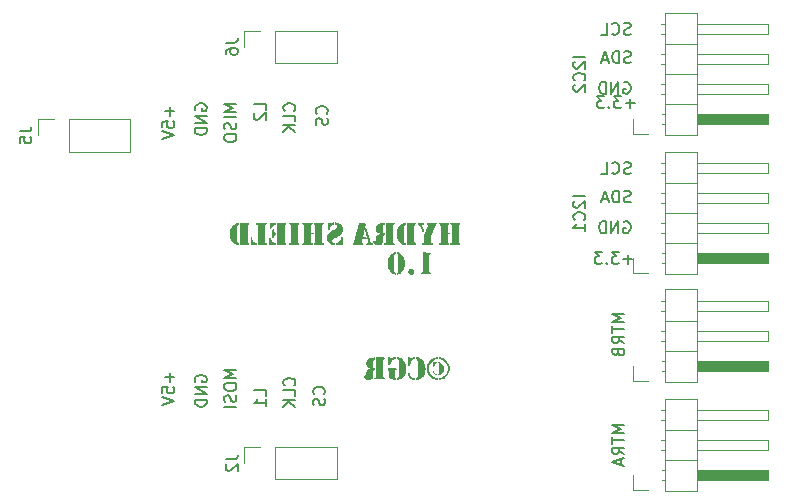
<source format=gbr>
%TF.GenerationSoftware,KiCad,Pcbnew,9.0.3*%
%TF.CreationDate,2025-08-10T23:59:10-04:00*%
%TF.ProjectId,Hydra_Driver_Shield,48796472-615f-4447-9269-7665725f5368,rev?*%
%TF.SameCoordinates,Original*%
%TF.FileFunction,Legend,Bot*%
%TF.FilePolarity,Positive*%
%FSLAX46Y46*%
G04 Gerber Fmt 4.6, Leading zero omitted, Abs format (unit mm)*
G04 Created by KiCad (PCBNEW 9.0.3) date 2025-08-10 23:59:10*
%MOMM*%
%LPD*%
G01*
G04 APERTURE LIST*
%ADD10C,0.150000*%
%ADD11C,0.120000*%
G04 APERTURE END LIST*
D10*
X16667438Y-8860588D02*
X16619819Y-8765350D01*
X16619819Y-8765350D02*
X16619819Y-8622493D01*
X16619819Y-8622493D02*
X16667438Y-8479636D01*
X16667438Y-8479636D02*
X16762676Y-8384398D01*
X16762676Y-8384398D02*
X16857914Y-8336779D01*
X16857914Y-8336779D02*
X17048390Y-8289160D01*
X17048390Y-8289160D02*
X17191247Y-8289160D01*
X17191247Y-8289160D02*
X17381723Y-8336779D01*
X17381723Y-8336779D02*
X17476961Y-8384398D01*
X17476961Y-8384398D02*
X17572200Y-8479636D01*
X17572200Y-8479636D02*
X17619819Y-8622493D01*
X17619819Y-8622493D02*
X17619819Y-8717731D01*
X17619819Y-8717731D02*
X17572200Y-8860588D01*
X17572200Y-8860588D02*
X17524580Y-8908207D01*
X17524580Y-8908207D02*
X17191247Y-8908207D01*
X17191247Y-8908207D02*
X17191247Y-8717731D01*
X17619819Y-9336779D02*
X16619819Y-9336779D01*
X16619819Y-9336779D02*
X17619819Y-9908207D01*
X17619819Y-9908207D02*
X16619819Y-9908207D01*
X17619819Y-10384398D02*
X16619819Y-10384398D01*
X16619819Y-10384398D02*
X16619819Y-10622493D01*
X16619819Y-10622493D02*
X16667438Y-10765350D01*
X16667438Y-10765350D02*
X16762676Y-10860588D01*
X16762676Y-10860588D02*
X16857914Y-10908207D01*
X16857914Y-10908207D02*
X17048390Y-10955826D01*
X17048390Y-10955826D02*
X17191247Y-10955826D01*
X17191247Y-10955826D02*
X17381723Y-10908207D01*
X17381723Y-10908207D02*
X17476961Y-10860588D01*
X17476961Y-10860588D02*
X17572200Y-10765350D01*
X17572200Y-10765350D02*
X17619819Y-10622493D01*
X17619819Y-10622493D02*
X17619819Y-10384398D01*
X53510839Y-16622200D02*
X53367982Y-16669819D01*
X53367982Y-16669819D02*
X53129887Y-16669819D01*
X53129887Y-16669819D02*
X53034649Y-16622200D01*
X53034649Y-16622200D02*
X52987030Y-16574580D01*
X52987030Y-16574580D02*
X52939411Y-16479342D01*
X52939411Y-16479342D02*
X52939411Y-16384104D01*
X52939411Y-16384104D02*
X52987030Y-16288866D01*
X52987030Y-16288866D02*
X53034649Y-16241247D01*
X53034649Y-16241247D02*
X53129887Y-16193628D01*
X53129887Y-16193628D02*
X53320363Y-16146009D01*
X53320363Y-16146009D02*
X53415601Y-16098390D01*
X53415601Y-16098390D02*
X53463220Y-16050771D01*
X53463220Y-16050771D02*
X53510839Y-15955533D01*
X53510839Y-15955533D02*
X53510839Y-15860295D01*
X53510839Y-15860295D02*
X53463220Y-15765057D01*
X53463220Y-15765057D02*
X53415601Y-15717438D01*
X53415601Y-15717438D02*
X53320363Y-15669819D01*
X53320363Y-15669819D02*
X53082268Y-15669819D01*
X53082268Y-15669819D02*
X52939411Y-15717438D01*
X52510839Y-16669819D02*
X52510839Y-15669819D01*
X52510839Y-15669819D02*
X52272744Y-15669819D01*
X52272744Y-15669819D02*
X52129887Y-15717438D01*
X52129887Y-15717438D02*
X52034649Y-15812676D01*
X52034649Y-15812676D02*
X51987030Y-15907914D01*
X51987030Y-15907914D02*
X51939411Y-16098390D01*
X51939411Y-16098390D02*
X51939411Y-16241247D01*
X51939411Y-16241247D02*
X51987030Y-16431723D01*
X51987030Y-16431723D02*
X52034649Y-16526961D01*
X52034649Y-16526961D02*
X52129887Y-16622200D01*
X52129887Y-16622200D02*
X52272744Y-16669819D01*
X52272744Y-16669819D02*
X52510839Y-16669819D01*
X51558458Y-16384104D02*
X51082268Y-16384104D01*
X51653696Y-16669819D02*
X51320363Y-15669819D01*
X51320363Y-15669819D02*
X50987030Y-16669819D01*
X22619819Y-33062969D02*
X22619819Y-32586779D01*
X22619819Y-32586779D02*
X21619819Y-32586779D01*
X22619819Y-33920112D02*
X22619819Y-33348684D01*
X22619819Y-33634398D02*
X21619819Y-33634398D01*
X21619819Y-33634398D02*
X21762676Y-33539160D01*
X21762676Y-33539160D02*
X21857914Y-33443922D01*
X21857914Y-33443922D02*
X21905533Y-33348684D01*
X20119819Y-8336779D02*
X19119819Y-8336779D01*
X19119819Y-8336779D02*
X19834104Y-8670112D01*
X19834104Y-8670112D02*
X19119819Y-9003445D01*
X19119819Y-9003445D02*
X20119819Y-9003445D01*
X20119819Y-9479636D02*
X19119819Y-9479636D01*
X20072200Y-9908207D02*
X20119819Y-10051064D01*
X20119819Y-10051064D02*
X20119819Y-10289159D01*
X20119819Y-10289159D02*
X20072200Y-10384397D01*
X20072200Y-10384397D02*
X20024580Y-10432016D01*
X20024580Y-10432016D02*
X19929342Y-10479635D01*
X19929342Y-10479635D02*
X19834104Y-10479635D01*
X19834104Y-10479635D02*
X19738866Y-10432016D01*
X19738866Y-10432016D02*
X19691247Y-10384397D01*
X19691247Y-10384397D02*
X19643628Y-10289159D01*
X19643628Y-10289159D02*
X19596009Y-10098683D01*
X19596009Y-10098683D02*
X19548390Y-10003445D01*
X19548390Y-10003445D02*
X19500771Y-9955826D01*
X19500771Y-9955826D02*
X19405533Y-9908207D01*
X19405533Y-9908207D02*
X19310295Y-9908207D01*
X19310295Y-9908207D02*
X19215057Y-9955826D01*
X19215057Y-9955826D02*
X19167438Y-10003445D01*
X19167438Y-10003445D02*
X19119819Y-10098683D01*
X19119819Y-10098683D02*
X19119819Y-10336778D01*
X19119819Y-10336778D02*
X19167438Y-10479635D01*
X19119819Y-11098683D02*
X19119819Y-11289159D01*
X19119819Y-11289159D02*
X19167438Y-11384397D01*
X19167438Y-11384397D02*
X19262676Y-11479635D01*
X19262676Y-11479635D02*
X19453152Y-11527254D01*
X19453152Y-11527254D02*
X19786485Y-11527254D01*
X19786485Y-11527254D02*
X19976961Y-11479635D01*
X19976961Y-11479635D02*
X20072200Y-11384397D01*
X20072200Y-11384397D02*
X20119819Y-11289159D01*
X20119819Y-11289159D02*
X20119819Y-11098683D01*
X20119819Y-11098683D02*
X20072200Y-11003445D01*
X20072200Y-11003445D02*
X19976961Y-10908207D01*
X19976961Y-10908207D02*
X19786485Y-10860588D01*
X19786485Y-10860588D02*
X19453152Y-10860588D01*
X19453152Y-10860588D02*
X19262676Y-10908207D01*
X19262676Y-10908207D02*
X19167438Y-11003445D01*
X19167438Y-11003445D02*
X19119819Y-11098683D01*
X52969819Y-35536779D02*
X51969819Y-35536779D01*
X51969819Y-35536779D02*
X52684104Y-35870112D01*
X52684104Y-35870112D02*
X51969819Y-36203445D01*
X51969819Y-36203445D02*
X52969819Y-36203445D01*
X51969819Y-36536779D02*
X51969819Y-37108207D01*
X52969819Y-36822493D02*
X51969819Y-36822493D01*
X52969819Y-38012969D02*
X52493628Y-37679636D01*
X52969819Y-37441541D02*
X51969819Y-37441541D01*
X51969819Y-37441541D02*
X51969819Y-37822493D01*
X51969819Y-37822493D02*
X52017438Y-37917731D01*
X52017438Y-37917731D02*
X52065057Y-37965350D01*
X52065057Y-37965350D02*
X52160295Y-38012969D01*
X52160295Y-38012969D02*
X52303152Y-38012969D01*
X52303152Y-38012969D02*
X52398390Y-37965350D01*
X52398390Y-37965350D02*
X52446009Y-37917731D01*
X52446009Y-37917731D02*
X52493628Y-37822493D01*
X52493628Y-37822493D02*
X52493628Y-37441541D01*
X52684104Y-38393922D02*
X52684104Y-38870112D01*
X52969819Y-38298684D02*
X51969819Y-38632017D01*
X51969819Y-38632017D02*
X52969819Y-38965350D01*
G36*
X37204884Y-30150945D02*
G01*
X37204884Y-30249253D01*
X37257461Y-30269839D01*
X37289436Y-30313108D01*
X37301849Y-30388838D01*
X37301849Y-31050491D01*
X37301849Y-31086029D01*
X37294850Y-31123591D01*
X37273150Y-31158691D01*
X37245371Y-31180562D01*
X37204884Y-31190198D01*
X37204884Y-31288750D01*
X37311726Y-31279424D01*
X37407065Y-31252383D01*
X37493091Y-31208028D01*
X37571767Y-31144940D01*
X37633054Y-31068176D01*
X37678228Y-30975773D01*
X37706928Y-30864562D01*
X37717184Y-30730411D01*
X37707614Y-30607219D01*
X37680238Y-30499886D01*
X37636143Y-30405719D01*
X37575157Y-30322648D01*
X37499261Y-30254511D01*
X37409193Y-30199427D01*
X37312992Y-30162808D01*
X37228087Y-30151556D01*
X37204884Y-30150945D01*
G37*
G36*
X37136496Y-30249253D02*
G01*
X37136496Y-30152411D01*
X37038189Y-30175858D01*
X36972609Y-30199427D01*
X36915212Y-30214082D01*
X36892679Y-30209366D01*
X36876988Y-30192222D01*
X36864654Y-30171950D01*
X36850030Y-30156886D01*
X36826430Y-30151556D01*
X36798684Y-30157469D01*
X36783089Y-30173529D01*
X36777215Y-30202847D01*
X36777215Y-30535383D01*
X36780744Y-30561345D01*
X36790282Y-30579591D01*
X36805515Y-30591883D01*
X36826430Y-30597055D01*
X36859439Y-30586676D01*
X36882362Y-30544787D01*
X36928514Y-30422771D01*
X36984822Y-30337302D01*
X37032213Y-30292825D01*
X37082398Y-30264091D01*
X37136496Y-30249253D01*
G37*
G36*
X37135153Y-31288750D02*
G01*
X37135153Y-31190198D01*
X37067481Y-31177099D01*
X36993126Y-31143548D01*
X36942549Y-31105450D01*
X36903672Y-31057073D01*
X36875645Y-30996758D01*
X36855739Y-30959755D01*
X36825087Y-30948764D01*
X36790282Y-30963175D01*
X36779540Y-30979283D01*
X36775872Y-30999445D01*
X36782373Y-31036188D01*
X36805914Y-31087250D01*
X36839856Y-31136620D01*
X36882484Y-31181772D01*
X36959047Y-31238488D01*
X37042528Y-31273773D01*
X37135153Y-31288750D01*
G37*
G36*
X37195237Y-29759302D02*
G01*
X37047296Y-29776868D01*
X36910488Y-29813566D01*
X36783105Y-29869119D01*
X36663764Y-29944071D01*
X36547947Y-30043226D01*
X36450917Y-30157282D01*
X36371528Y-30287599D01*
X36312928Y-30428437D01*
X36277990Y-30573794D01*
X36266259Y-30725404D01*
X36278013Y-30877985D01*
X36312973Y-31023864D01*
X36371528Y-31164797D01*
X36450824Y-31295127D01*
X36547427Y-31409138D01*
X36662421Y-31508203D01*
X36783116Y-31583295D01*
X36911220Y-31638847D01*
X37048051Y-31675470D01*
X37195237Y-31692972D01*
X37195237Y-31532627D01*
X37038719Y-31509886D01*
X36895300Y-31459025D01*
X36762194Y-31379364D01*
X36666778Y-31297002D01*
X36586718Y-31201826D01*
X36521127Y-31092623D01*
X36472833Y-30974656D01*
X36443993Y-30852645D01*
X36434298Y-30725160D01*
X36443975Y-30598484D01*
X36472796Y-30476915D01*
X36521127Y-30359040D01*
X36586660Y-30249754D01*
X36666718Y-30154072D01*
X36762194Y-30070833D01*
X36894379Y-29991922D01*
X37037789Y-29940993D01*
X37195237Y-29917571D01*
X37195237Y-29759302D01*
G37*
G36*
X37264968Y-31691507D02*
G01*
X37410806Y-31674721D01*
X37546739Y-31638829D01*
X37674364Y-31583986D01*
X37794975Y-31509546D01*
X37910895Y-31410315D01*
X38008221Y-31296060D01*
X38088066Y-31165408D01*
X38146988Y-31024051D01*
X38182137Y-30877969D01*
X38193946Y-30725404D01*
X38182169Y-30573718D01*
X38147050Y-30427869D01*
X38088066Y-30286133D01*
X38008121Y-30155100D01*
X37910788Y-30041118D01*
X37794975Y-29942728D01*
X37674372Y-29868155D01*
X37546738Y-29813020D01*
X37410794Y-29776687D01*
X37264968Y-29759302D01*
X37264968Y-29918914D01*
X37422461Y-29942233D01*
X37565411Y-29992753D01*
X37696667Y-30070833D01*
X37792138Y-30153169D01*
X37872450Y-30248347D01*
X37938468Y-30357575D01*
X37987111Y-30475572D01*
X38016148Y-30597579D01*
X38025907Y-30725038D01*
X38016146Y-30852578D01*
X37987107Y-30974624D01*
X37938468Y-31092623D01*
X37872429Y-31201767D01*
X37791693Y-31297417D01*
X37695324Y-31380708D01*
X37564913Y-31458741D01*
X37422430Y-31509278D01*
X37264968Y-31532627D01*
X37264968Y-31691507D01*
G37*
G36*
X35346563Y-29755150D02*
G01*
X35346563Y-29920380D01*
X35418043Y-29944944D01*
X35466852Y-29991332D01*
X35495361Y-30057823D01*
X35506420Y-30159127D01*
X35506420Y-31290094D01*
X35506420Y-31348956D01*
X35493475Y-31415390D01*
X35460013Y-31474986D01*
X35413607Y-31514064D01*
X35346563Y-31529818D01*
X35346563Y-31697002D01*
X35477801Y-31687925D01*
X35597103Y-31661553D01*
X35706318Y-31618555D01*
X35806960Y-31558761D01*
X35911668Y-31468857D01*
X35997913Y-31360347D01*
X36066591Y-31230865D01*
X36113688Y-31090872D01*
X36143504Y-30929341D01*
X36154030Y-30742745D01*
X36139521Y-30540701D01*
X36097365Y-30357330D01*
X36052983Y-30241595D01*
X35998073Y-30138679D01*
X35932745Y-30047264D01*
X35855020Y-29964470D01*
X35768071Y-29893506D01*
X35671161Y-29833796D01*
X35567243Y-29787586D01*
X35470034Y-29761370D01*
X35377948Y-29752951D01*
X35346563Y-29755150D01*
G37*
G36*
X35238729Y-29921723D02*
G01*
X35238729Y-29756493D01*
X35130163Y-29779330D01*
X34979099Y-29830376D01*
X34886287Y-29854556D01*
X34851302Y-29846264D01*
X34826081Y-29821584D01*
X34808374Y-29791175D01*
X34785950Y-29768951D01*
X34746824Y-29760767D01*
X34713262Y-29766250D01*
X34690160Y-29781284D01*
X34675764Y-29805170D01*
X34670376Y-29841245D01*
X34670376Y-30409476D01*
X34677262Y-30457879D01*
X34694923Y-30487023D01*
X34721608Y-30505211D01*
X34750976Y-30511081D01*
X34780994Y-30505624D01*
X34803611Y-30489954D01*
X34820389Y-30464597D01*
X34835729Y-30421200D01*
X34891660Y-30252428D01*
X34956732Y-30132000D01*
X35025628Y-30042868D01*
X35077767Y-29993419D01*
X35126744Y-29959214D01*
X35179620Y-29935321D01*
X35238729Y-29921723D01*
G37*
G36*
X35234577Y-31697002D02*
G01*
X35234577Y-31529818D01*
X35128940Y-31506627D01*
X35010484Y-31448363D01*
X34951856Y-31402309D01*
X34898499Y-31341385D01*
X34855490Y-31271241D01*
X34824738Y-31194351D01*
X34808643Y-31154207D01*
X34792620Y-31131580D01*
X34771703Y-31117732D01*
X34744138Y-31112896D01*
X34714057Y-31119083D01*
X34689427Y-31137686D01*
X34673201Y-31165117D01*
X34667568Y-31199724D01*
X34677901Y-31263459D01*
X34714706Y-31349811D01*
X34768162Y-31434076D01*
X34835607Y-31512355D01*
X34929415Y-31593331D01*
X35020865Y-31647421D01*
X35120045Y-31681464D01*
X35234577Y-31697002D01*
G37*
G36*
X33750802Y-29755150D02*
G01*
X33750802Y-29906702D01*
X33802053Y-29928502D01*
X33838405Y-29964928D01*
X33862022Y-30019075D01*
X33870969Y-30097700D01*
X33870969Y-31372404D01*
X33865129Y-31441605D01*
X33850453Y-31486099D01*
X33825320Y-31514655D01*
X33775348Y-31542274D01*
X33775348Y-31697002D01*
X33855338Y-31690163D01*
X33951570Y-31662808D01*
X34087984Y-31600635D01*
X34211200Y-31512233D01*
X34316664Y-31401596D01*
X34402442Y-31270066D01*
X34465423Y-31119083D01*
X34504782Y-30946606D01*
X34518579Y-30748607D01*
X34506387Y-30556584D01*
X34471299Y-30385173D01*
X34414776Y-30231423D01*
X34334337Y-30089932D01*
X34235392Y-29972649D01*
X34116922Y-29876905D01*
X34000566Y-29812160D01*
X33876465Y-29768827D01*
X33820702Y-29758822D01*
X33750802Y-29755150D01*
G37*
G36*
X33638817Y-29903893D02*
G01*
X33638817Y-29756493D01*
X33427098Y-29788261D01*
X33272575Y-29835994D01*
X33206995Y-29854556D01*
X33173534Y-29845153D01*
X33126395Y-29792030D01*
X33098460Y-29768428D01*
X33064968Y-29760767D01*
X33030796Y-29766321D01*
X33010990Y-29780673D01*
X32999833Y-29804533D01*
X32995237Y-29846741D01*
X32995237Y-30377847D01*
X33005325Y-30438438D01*
X33030448Y-30469254D01*
X33071807Y-30479818D01*
X33106319Y-30474262D01*
X33128471Y-30459424D01*
X33144519Y-30433336D01*
X33163276Y-30379068D01*
X33190203Y-30300910D01*
X33237159Y-30201381D01*
X33292120Y-30106420D01*
X33339619Y-30041402D01*
X33400077Y-29981534D01*
X33465282Y-29941385D01*
X33540113Y-29916766D01*
X33638817Y-29903893D01*
G37*
G36*
X33021249Y-31431877D02*
G01*
X33081780Y-31484671D01*
X33166695Y-31543251D01*
X33257333Y-31595183D01*
X33338154Y-31632766D01*
X33414357Y-31658291D01*
X33501430Y-31679173D01*
X33588659Y-31692881D01*
X33659211Y-31697002D01*
X33659211Y-31542641D01*
X33599860Y-31519438D01*
X33566277Y-31481214D01*
X33549341Y-31435159D01*
X33543073Y-31373258D01*
X33543073Y-30974043D01*
X33548979Y-30925460D01*
X33563590Y-30897473D01*
X33582763Y-30880376D01*
X33645533Y-30864623D01*
X33683166Y-30847989D01*
X33703899Y-30823220D01*
X33711113Y-30788175D01*
X33703475Y-30756712D01*
X33680460Y-30733464D01*
X33645376Y-30719750D01*
X33589602Y-30714291D01*
X33544539Y-30714291D01*
X33044452Y-30714291D01*
X32988078Y-30719404D01*
X32957745Y-30731388D01*
X32939366Y-30753482D01*
X32932466Y-30790861D01*
X32942725Y-30833970D01*
X32980216Y-30870118D01*
X33014410Y-30905778D01*
X33021249Y-30965861D01*
X33021249Y-31431877D01*
G37*
G36*
X31981507Y-29792030D02*
G01*
X31981507Y-31399759D01*
X31975606Y-31448361D01*
X31960990Y-31476451D01*
X31940596Y-31493548D01*
X31877704Y-31510645D01*
X31840086Y-31526582D01*
X31819362Y-31550965D01*
X31812124Y-31585994D01*
X31820631Y-31617584D01*
X31847662Y-31643513D01*
X31878320Y-31655101D01*
X31933757Y-31660000D01*
X31980163Y-31660000D01*
X32589549Y-31660000D01*
X32625087Y-31660000D01*
X32670727Y-31654867D01*
X32700924Y-31641559D01*
X32720797Y-31619274D01*
X32727547Y-31588803D01*
X32721328Y-31555282D01*
X32703733Y-31531370D01*
X32672836Y-31514797D01*
X32620324Y-31496357D01*
X32604448Y-31480603D01*
X32592816Y-31454809D01*
X32588084Y-31410750D01*
X32588084Y-30040425D01*
X32592810Y-29996582D01*
X32604448Y-29970816D01*
X32620324Y-29955184D01*
X32672836Y-29936744D01*
X32703753Y-29920182D01*
X32721338Y-29896342D01*
X32727547Y-29862983D01*
X32720800Y-29832640D01*
X32700924Y-29810471D01*
X32670727Y-29797163D01*
X32625087Y-29792030D01*
X32589549Y-29792030D01*
X31981507Y-29792030D01*
G37*
G36*
X31562142Y-30743722D02*
G01*
X31444045Y-30765481D01*
X31368824Y-30786221D01*
X31303994Y-30813787D01*
X31246458Y-30849235D01*
X31195366Y-30896203D01*
X31158408Y-30950596D01*
X31135307Y-31011252D01*
X31127634Y-31075160D01*
X31127634Y-31358726D01*
X31119459Y-31392654D01*
X31098935Y-31402079D01*
X31080617Y-31395851D01*
X31059368Y-31371427D01*
X31022443Y-31334223D01*
X30989637Y-31323921D01*
X30967622Y-31329528D01*
X30943230Y-31348834D01*
X30925362Y-31374768D01*
X30920027Y-31398660D01*
X30928711Y-31442567D01*
X30960327Y-31503196D01*
X31005281Y-31561157D01*
X31060711Y-31613227D01*
X31119539Y-31652701D01*
X31182344Y-31678928D01*
X31251139Y-31693697D01*
X31336706Y-31699078D01*
X31452569Y-31686494D01*
X31544562Y-31651410D01*
X31618073Y-31595153D01*
X31672555Y-31519954D01*
X31706834Y-31425185D01*
X31719190Y-31305237D01*
X31719190Y-31075160D01*
X31720533Y-30986133D01*
X31733718Y-30934571D01*
X31758757Y-30891612D01*
X31805680Y-30854214D01*
X31872208Y-30835436D01*
X31872208Y-30688890D01*
X31805011Y-30672290D01*
X31767062Y-30650544D01*
X31743734Y-30623796D01*
X31729448Y-30594368D01*
X31719190Y-30501189D01*
X31719190Y-30139099D01*
X31728625Y-30059993D01*
X31752651Y-30010628D01*
X31795481Y-29975050D01*
X31873551Y-29943705D01*
X31873551Y-29792030D01*
X31838014Y-29792030D01*
X31579849Y-29803021D01*
X31477069Y-29821489D01*
X31383314Y-29856067D01*
X31297016Y-29906946D01*
X31218687Y-29977331D01*
X31163670Y-30059413D01*
X31129935Y-30155479D01*
X31118108Y-30269281D01*
X31132151Y-30392839D01*
X31172311Y-30496632D01*
X31238398Y-30585087D01*
X31292873Y-30632126D01*
X31356489Y-30669961D01*
X31433551Y-30701804D01*
X31562142Y-30743722D01*
G37*
X20119819Y-30836779D02*
X19119819Y-30836779D01*
X19119819Y-30836779D02*
X19834104Y-31170112D01*
X19834104Y-31170112D02*
X19119819Y-31503445D01*
X19119819Y-31503445D02*
X20119819Y-31503445D01*
X19119819Y-32170112D02*
X19119819Y-32360588D01*
X19119819Y-32360588D02*
X19167438Y-32455826D01*
X19167438Y-32455826D02*
X19262676Y-32551064D01*
X19262676Y-32551064D02*
X19453152Y-32598683D01*
X19453152Y-32598683D02*
X19786485Y-32598683D01*
X19786485Y-32598683D02*
X19976961Y-32551064D01*
X19976961Y-32551064D02*
X20072200Y-32455826D01*
X20072200Y-32455826D02*
X20119819Y-32360588D01*
X20119819Y-32360588D02*
X20119819Y-32170112D01*
X20119819Y-32170112D02*
X20072200Y-32074874D01*
X20072200Y-32074874D02*
X19976961Y-31979636D01*
X19976961Y-31979636D02*
X19786485Y-31932017D01*
X19786485Y-31932017D02*
X19453152Y-31932017D01*
X19453152Y-31932017D02*
X19262676Y-31979636D01*
X19262676Y-31979636D02*
X19167438Y-32074874D01*
X19167438Y-32074874D02*
X19119819Y-32170112D01*
X20072200Y-32979636D02*
X20119819Y-33122493D01*
X20119819Y-33122493D02*
X20119819Y-33360588D01*
X20119819Y-33360588D02*
X20072200Y-33455826D01*
X20072200Y-33455826D02*
X20024580Y-33503445D01*
X20024580Y-33503445D02*
X19929342Y-33551064D01*
X19929342Y-33551064D02*
X19834104Y-33551064D01*
X19834104Y-33551064D02*
X19738866Y-33503445D01*
X19738866Y-33503445D02*
X19691247Y-33455826D01*
X19691247Y-33455826D02*
X19643628Y-33360588D01*
X19643628Y-33360588D02*
X19596009Y-33170112D01*
X19596009Y-33170112D02*
X19548390Y-33074874D01*
X19548390Y-33074874D02*
X19500771Y-33027255D01*
X19500771Y-33027255D02*
X19405533Y-32979636D01*
X19405533Y-32979636D02*
X19310295Y-32979636D01*
X19310295Y-32979636D02*
X19215057Y-33027255D01*
X19215057Y-33027255D02*
X19167438Y-33074874D01*
X19167438Y-33074874D02*
X19119819Y-33170112D01*
X19119819Y-33170112D02*
X19119819Y-33408207D01*
X19119819Y-33408207D02*
X19167438Y-33551064D01*
X20119819Y-33979636D02*
X19119819Y-33979636D01*
X25024580Y-32158207D02*
X25072200Y-32110588D01*
X25072200Y-32110588D02*
X25119819Y-31967731D01*
X25119819Y-31967731D02*
X25119819Y-31872493D01*
X25119819Y-31872493D02*
X25072200Y-31729636D01*
X25072200Y-31729636D02*
X24976961Y-31634398D01*
X24976961Y-31634398D02*
X24881723Y-31586779D01*
X24881723Y-31586779D02*
X24691247Y-31539160D01*
X24691247Y-31539160D02*
X24548390Y-31539160D01*
X24548390Y-31539160D02*
X24357914Y-31586779D01*
X24357914Y-31586779D02*
X24262676Y-31634398D01*
X24262676Y-31634398D02*
X24167438Y-31729636D01*
X24167438Y-31729636D02*
X24119819Y-31872493D01*
X24119819Y-31872493D02*
X24119819Y-31967731D01*
X24119819Y-31967731D02*
X24167438Y-32110588D01*
X24167438Y-32110588D02*
X24215057Y-32158207D01*
X25119819Y-33062969D02*
X25119819Y-32586779D01*
X25119819Y-32586779D02*
X24119819Y-32586779D01*
X25119819Y-33396303D02*
X24119819Y-33396303D01*
X25119819Y-33967731D02*
X24548390Y-33539160D01*
X24119819Y-33967731D02*
X24691247Y-33396303D01*
X49669819Y-4336779D02*
X48669819Y-4336779D01*
X48765057Y-4765350D02*
X48717438Y-4812969D01*
X48717438Y-4812969D02*
X48669819Y-4908207D01*
X48669819Y-4908207D02*
X48669819Y-5146302D01*
X48669819Y-5146302D02*
X48717438Y-5241540D01*
X48717438Y-5241540D02*
X48765057Y-5289159D01*
X48765057Y-5289159D02*
X48860295Y-5336778D01*
X48860295Y-5336778D02*
X48955533Y-5336778D01*
X48955533Y-5336778D02*
X49098390Y-5289159D01*
X49098390Y-5289159D02*
X49669819Y-4717731D01*
X49669819Y-4717731D02*
X49669819Y-5336778D01*
X49574580Y-6336778D02*
X49622200Y-6289159D01*
X49622200Y-6289159D02*
X49669819Y-6146302D01*
X49669819Y-6146302D02*
X49669819Y-6051064D01*
X49669819Y-6051064D02*
X49622200Y-5908207D01*
X49622200Y-5908207D02*
X49526961Y-5812969D01*
X49526961Y-5812969D02*
X49431723Y-5765350D01*
X49431723Y-5765350D02*
X49241247Y-5717731D01*
X49241247Y-5717731D02*
X49098390Y-5717731D01*
X49098390Y-5717731D02*
X48907914Y-5765350D01*
X48907914Y-5765350D02*
X48812676Y-5812969D01*
X48812676Y-5812969D02*
X48717438Y-5908207D01*
X48717438Y-5908207D02*
X48669819Y-6051064D01*
X48669819Y-6051064D02*
X48669819Y-6146302D01*
X48669819Y-6146302D02*
X48717438Y-6289159D01*
X48717438Y-6289159D02*
X48765057Y-6336778D01*
X48765057Y-6717731D02*
X48717438Y-6765350D01*
X48717438Y-6765350D02*
X48669819Y-6860588D01*
X48669819Y-6860588D02*
X48669819Y-7098683D01*
X48669819Y-7098683D02*
X48717438Y-7193921D01*
X48717438Y-7193921D02*
X48765057Y-7241540D01*
X48765057Y-7241540D02*
X48860295Y-7289159D01*
X48860295Y-7289159D02*
X48955533Y-7289159D01*
X48955533Y-7289159D02*
X49098390Y-7241540D01*
X49098390Y-7241540D02*
X49669819Y-6670112D01*
X49669819Y-6670112D02*
X49669819Y-7289159D01*
X53510839Y-4822200D02*
X53367982Y-4869819D01*
X53367982Y-4869819D02*
X53129887Y-4869819D01*
X53129887Y-4869819D02*
X53034649Y-4822200D01*
X53034649Y-4822200D02*
X52987030Y-4774580D01*
X52987030Y-4774580D02*
X52939411Y-4679342D01*
X52939411Y-4679342D02*
X52939411Y-4584104D01*
X52939411Y-4584104D02*
X52987030Y-4488866D01*
X52987030Y-4488866D02*
X53034649Y-4441247D01*
X53034649Y-4441247D02*
X53129887Y-4393628D01*
X53129887Y-4393628D02*
X53320363Y-4346009D01*
X53320363Y-4346009D02*
X53415601Y-4298390D01*
X53415601Y-4298390D02*
X53463220Y-4250771D01*
X53463220Y-4250771D02*
X53510839Y-4155533D01*
X53510839Y-4155533D02*
X53510839Y-4060295D01*
X53510839Y-4060295D02*
X53463220Y-3965057D01*
X53463220Y-3965057D02*
X53415601Y-3917438D01*
X53415601Y-3917438D02*
X53320363Y-3869819D01*
X53320363Y-3869819D02*
X53082268Y-3869819D01*
X53082268Y-3869819D02*
X52939411Y-3917438D01*
X52510839Y-4869819D02*
X52510839Y-3869819D01*
X52510839Y-3869819D02*
X52272744Y-3869819D01*
X52272744Y-3869819D02*
X52129887Y-3917438D01*
X52129887Y-3917438D02*
X52034649Y-4012676D01*
X52034649Y-4012676D02*
X51987030Y-4107914D01*
X51987030Y-4107914D02*
X51939411Y-4298390D01*
X51939411Y-4298390D02*
X51939411Y-4441247D01*
X51939411Y-4441247D02*
X51987030Y-4631723D01*
X51987030Y-4631723D02*
X52034649Y-4726961D01*
X52034649Y-4726961D02*
X52129887Y-4822200D01*
X52129887Y-4822200D02*
X52272744Y-4869819D01*
X52272744Y-4869819D02*
X52510839Y-4869819D01*
X51558458Y-4584104D02*
X51082268Y-4584104D01*
X51653696Y-4869819D02*
X51320363Y-3869819D01*
X51320363Y-3869819D02*
X50987030Y-4869819D01*
X16667438Y-31860588D02*
X16619819Y-31765350D01*
X16619819Y-31765350D02*
X16619819Y-31622493D01*
X16619819Y-31622493D02*
X16667438Y-31479636D01*
X16667438Y-31479636D02*
X16762676Y-31384398D01*
X16762676Y-31384398D02*
X16857914Y-31336779D01*
X16857914Y-31336779D02*
X17048390Y-31289160D01*
X17048390Y-31289160D02*
X17191247Y-31289160D01*
X17191247Y-31289160D02*
X17381723Y-31336779D01*
X17381723Y-31336779D02*
X17476961Y-31384398D01*
X17476961Y-31384398D02*
X17572200Y-31479636D01*
X17572200Y-31479636D02*
X17619819Y-31622493D01*
X17619819Y-31622493D02*
X17619819Y-31717731D01*
X17619819Y-31717731D02*
X17572200Y-31860588D01*
X17572200Y-31860588D02*
X17524580Y-31908207D01*
X17524580Y-31908207D02*
X17191247Y-31908207D01*
X17191247Y-31908207D02*
X17191247Y-31717731D01*
X17619819Y-32336779D02*
X16619819Y-32336779D01*
X16619819Y-32336779D02*
X17619819Y-32908207D01*
X17619819Y-32908207D02*
X16619819Y-32908207D01*
X17619819Y-33384398D02*
X16619819Y-33384398D01*
X16619819Y-33384398D02*
X16619819Y-33622493D01*
X16619819Y-33622493D02*
X16667438Y-33765350D01*
X16667438Y-33765350D02*
X16762676Y-33860588D01*
X16762676Y-33860588D02*
X16857914Y-33908207D01*
X16857914Y-33908207D02*
X17048390Y-33955826D01*
X17048390Y-33955826D02*
X17191247Y-33955826D01*
X17191247Y-33955826D02*
X17381723Y-33908207D01*
X17381723Y-33908207D02*
X17476961Y-33860588D01*
X17476961Y-33860588D02*
X17572200Y-33765350D01*
X17572200Y-33765350D02*
X17619819Y-33622493D01*
X17619819Y-33622493D02*
X17619819Y-33384398D01*
X53863220Y-8288866D02*
X53101316Y-8288866D01*
X53482268Y-8669819D02*
X53482268Y-7907914D01*
X52720363Y-7669819D02*
X52101316Y-7669819D01*
X52101316Y-7669819D02*
X52434649Y-8050771D01*
X52434649Y-8050771D02*
X52291792Y-8050771D01*
X52291792Y-8050771D02*
X52196554Y-8098390D01*
X52196554Y-8098390D02*
X52148935Y-8146009D01*
X52148935Y-8146009D02*
X52101316Y-8241247D01*
X52101316Y-8241247D02*
X52101316Y-8479342D01*
X52101316Y-8479342D02*
X52148935Y-8574580D01*
X52148935Y-8574580D02*
X52196554Y-8622200D01*
X52196554Y-8622200D02*
X52291792Y-8669819D01*
X52291792Y-8669819D02*
X52577506Y-8669819D01*
X52577506Y-8669819D02*
X52672744Y-8622200D01*
X52672744Y-8622200D02*
X52720363Y-8574580D01*
X51672744Y-8574580D02*
X51625125Y-8622200D01*
X51625125Y-8622200D02*
X51672744Y-8669819D01*
X51672744Y-8669819D02*
X51720363Y-8622200D01*
X51720363Y-8622200D02*
X51672744Y-8574580D01*
X51672744Y-8574580D02*
X51672744Y-8669819D01*
X51291792Y-7669819D02*
X50672745Y-7669819D01*
X50672745Y-7669819D02*
X51006078Y-8050771D01*
X51006078Y-8050771D02*
X50863221Y-8050771D01*
X50863221Y-8050771D02*
X50767983Y-8098390D01*
X50767983Y-8098390D02*
X50720364Y-8146009D01*
X50720364Y-8146009D02*
X50672745Y-8241247D01*
X50672745Y-8241247D02*
X50672745Y-8479342D01*
X50672745Y-8479342D02*
X50720364Y-8574580D01*
X50720364Y-8574580D02*
X50767983Y-8622200D01*
X50767983Y-8622200D02*
X50863221Y-8669819D01*
X50863221Y-8669819D02*
X51148935Y-8669819D01*
X51148935Y-8669819D02*
X51244173Y-8622200D01*
X51244173Y-8622200D02*
X51291792Y-8574580D01*
X27774580Y-9158207D02*
X27822200Y-9110588D01*
X27822200Y-9110588D02*
X27869819Y-8967731D01*
X27869819Y-8967731D02*
X27869819Y-8872493D01*
X27869819Y-8872493D02*
X27822200Y-8729636D01*
X27822200Y-8729636D02*
X27726961Y-8634398D01*
X27726961Y-8634398D02*
X27631723Y-8586779D01*
X27631723Y-8586779D02*
X27441247Y-8539160D01*
X27441247Y-8539160D02*
X27298390Y-8539160D01*
X27298390Y-8539160D02*
X27107914Y-8586779D01*
X27107914Y-8586779D02*
X27012676Y-8634398D01*
X27012676Y-8634398D02*
X26917438Y-8729636D01*
X26917438Y-8729636D02*
X26869819Y-8872493D01*
X26869819Y-8872493D02*
X26869819Y-8967731D01*
X26869819Y-8967731D02*
X26917438Y-9110588D01*
X26917438Y-9110588D02*
X26965057Y-9158207D01*
X27822200Y-9539160D02*
X27869819Y-9682017D01*
X27869819Y-9682017D02*
X27869819Y-9920112D01*
X27869819Y-9920112D02*
X27822200Y-10015350D01*
X27822200Y-10015350D02*
X27774580Y-10062969D01*
X27774580Y-10062969D02*
X27679342Y-10110588D01*
X27679342Y-10110588D02*
X27584104Y-10110588D01*
X27584104Y-10110588D02*
X27488866Y-10062969D01*
X27488866Y-10062969D02*
X27441247Y-10015350D01*
X27441247Y-10015350D02*
X27393628Y-9920112D01*
X27393628Y-9920112D02*
X27346009Y-9729636D01*
X27346009Y-9729636D02*
X27298390Y-9634398D01*
X27298390Y-9634398D02*
X27250771Y-9586779D01*
X27250771Y-9586779D02*
X27155533Y-9539160D01*
X27155533Y-9539160D02*
X27060295Y-9539160D01*
X27060295Y-9539160D02*
X26965057Y-9586779D01*
X26965057Y-9586779D02*
X26917438Y-9634398D01*
X26917438Y-9634398D02*
X26869819Y-9729636D01*
X26869819Y-9729636D02*
X26869819Y-9967731D01*
X26869819Y-9967731D02*
X26917438Y-10110588D01*
X52939411Y-6517438D02*
X53034649Y-6469819D01*
X53034649Y-6469819D02*
X53177506Y-6469819D01*
X53177506Y-6469819D02*
X53320363Y-6517438D01*
X53320363Y-6517438D02*
X53415601Y-6612676D01*
X53415601Y-6612676D02*
X53463220Y-6707914D01*
X53463220Y-6707914D02*
X53510839Y-6898390D01*
X53510839Y-6898390D02*
X53510839Y-7041247D01*
X53510839Y-7041247D02*
X53463220Y-7231723D01*
X53463220Y-7231723D02*
X53415601Y-7326961D01*
X53415601Y-7326961D02*
X53320363Y-7422200D01*
X53320363Y-7422200D02*
X53177506Y-7469819D01*
X53177506Y-7469819D02*
X53082268Y-7469819D01*
X53082268Y-7469819D02*
X52939411Y-7422200D01*
X52939411Y-7422200D02*
X52891792Y-7374580D01*
X52891792Y-7374580D02*
X52891792Y-7041247D01*
X52891792Y-7041247D02*
X53082268Y-7041247D01*
X52463220Y-7469819D02*
X52463220Y-6469819D01*
X52463220Y-6469819D02*
X51891792Y-7469819D01*
X51891792Y-7469819D02*
X51891792Y-6469819D01*
X51415601Y-7469819D02*
X51415601Y-6469819D01*
X51415601Y-6469819D02*
X51177506Y-6469819D01*
X51177506Y-6469819D02*
X51034649Y-6517438D01*
X51034649Y-6517438D02*
X50939411Y-6612676D01*
X50939411Y-6612676D02*
X50891792Y-6707914D01*
X50891792Y-6707914D02*
X50844173Y-6898390D01*
X50844173Y-6898390D02*
X50844173Y-7041247D01*
X50844173Y-7041247D02*
X50891792Y-7231723D01*
X50891792Y-7231723D02*
X50939411Y-7326961D01*
X50939411Y-7326961D02*
X51034649Y-7422200D01*
X51034649Y-7422200D02*
X51177506Y-7469819D01*
X51177506Y-7469819D02*
X51415601Y-7469819D01*
G36*
X38247138Y-19238003D02*
G01*
X38024511Y-19238003D01*
X38024511Y-18642295D01*
X38030149Y-18593525D01*
X38043928Y-18565991D01*
X38064078Y-18552170D01*
X38107798Y-18538614D01*
X38136771Y-18523024D01*
X38153620Y-18499334D01*
X38159699Y-18464853D01*
X38149694Y-18426803D01*
X38120156Y-18403393D01*
X38061392Y-18393900D01*
X38025854Y-18393900D01*
X37417934Y-18393900D01*
X37380931Y-18393900D01*
X37319306Y-18403545D01*
X37288705Y-18427092D01*
X37278471Y-18464853D01*
X37284680Y-18498212D01*
X37302265Y-18522052D01*
X37333182Y-18538614D01*
X37385816Y-18557054D01*
X37401570Y-18572686D01*
X37413208Y-18598452D01*
X37417934Y-18642295D01*
X37417934Y-20006147D01*
X37406018Y-20070455D01*
X37376901Y-20098227D01*
X37333182Y-20113370D01*
X37302415Y-20130013D01*
X37284757Y-20154393D01*
X37278471Y-20188963D01*
X37288832Y-20227959D01*
X37319554Y-20252062D01*
X37380931Y-20261870D01*
X37417934Y-20261870D01*
X38025854Y-20261870D01*
X38064078Y-20261870D01*
X38120764Y-20252321D01*
X38149725Y-20228452D01*
X38159699Y-20188963D01*
X38146529Y-20140901D01*
X38107798Y-20113370D01*
X38064078Y-20098227D01*
X38044120Y-20085017D01*
X38030267Y-20057173D01*
X38024511Y-20006147D01*
X38024511Y-19370872D01*
X38247138Y-19370872D01*
X38247138Y-19238003D01*
G37*
G36*
X38361933Y-20261870D02*
G01*
X38971318Y-20261870D01*
X39006856Y-20261870D01*
X39052496Y-20256737D01*
X39082693Y-20243429D01*
X39102566Y-20221144D01*
X39109316Y-20190673D01*
X39103106Y-20157141D01*
X39085545Y-20133231D01*
X39054727Y-20116667D01*
X39002093Y-20098227D01*
X38986339Y-20082473D01*
X38974707Y-20056679D01*
X38969975Y-20012620D01*
X38969975Y-18642295D01*
X38974701Y-18598452D01*
X38986339Y-18572686D01*
X39002093Y-18557054D01*
X39054727Y-18538614D01*
X39085566Y-18522061D01*
X39103116Y-18498223D01*
X39109316Y-18464853D01*
X39102569Y-18434510D01*
X39082693Y-18412341D01*
X39052496Y-18399033D01*
X39006856Y-18393900D01*
X38971318Y-18393900D01*
X38361933Y-18393900D01*
X38326395Y-18393900D01*
X38268553Y-18403343D01*
X38239361Y-18426708D01*
X38229431Y-18464853D01*
X38235510Y-18499334D01*
X38252359Y-18523024D01*
X38281332Y-18538614D01*
X38323709Y-18552170D01*
X38343859Y-18565991D01*
X38357638Y-18593525D01*
X38363276Y-18642295D01*
X38363276Y-20012620D01*
X38357632Y-20061561D01*
X38343847Y-20089159D01*
X38323709Y-20102990D01*
X38281332Y-20116667D01*
X38252367Y-20132332D01*
X38235513Y-20156101D01*
X38229431Y-20190673D01*
X38239376Y-20228973D01*
X38268583Y-20252407D01*
X38326395Y-20261870D01*
X38361933Y-20261870D01*
G37*
G36*
X36016102Y-19404455D02*
G01*
X36016102Y-20001629D01*
X36010201Y-20050231D01*
X35995586Y-20078321D01*
X35975191Y-20095418D01*
X35912299Y-20112515D01*
X35874681Y-20128452D01*
X35853957Y-20152835D01*
X35846720Y-20187864D01*
X35855792Y-20222608D01*
X35883600Y-20248192D01*
X35910862Y-20257596D01*
X35968353Y-20261870D01*
X36014759Y-20261870D01*
X36624023Y-20261870D01*
X36669085Y-20261870D01*
X36725520Y-20256899D01*
X36755181Y-20245383D01*
X36782212Y-20219454D01*
X36790718Y-20187864D01*
X36783481Y-20152835D01*
X36762757Y-20128452D01*
X36725139Y-20112515D01*
X36662369Y-20095418D01*
X36643196Y-20078321D01*
X36628581Y-20050231D01*
X36622679Y-20001629D01*
X36622679Y-19538666D01*
X37009438Y-18615428D01*
X37036526Y-18569697D01*
X37070865Y-18540202D01*
X37118004Y-18503321D01*
X37128262Y-18464975D01*
X37117941Y-18427236D01*
X37086958Y-18403608D01*
X37024337Y-18393900D01*
X36354989Y-18393900D01*
X36306100Y-18397674D01*
X36281228Y-18406234D01*
X36255276Y-18432034D01*
X36247034Y-18463632D01*
X36256753Y-18502288D01*
X36286601Y-18532020D01*
X36326290Y-18556688D01*
X36343561Y-18575210D01*
X36349494Y-18601751D01*
X36334473Y-18668796D01*
X36016102Y-19404455D01*
G37*
G36*
X35962857Y-19274274D02*
G01*
X36039305Y-19094877D01*
X35895812Y-18773820D01*
X35883094Y-18728700D01*
X35878105Y-18661712D01*
X35887477Y-18614646D01*
X35915170Y-18577610D01*
X35965544Y-18548262D01*
X36027826Y-18514923D01*
X36038159Y-18497754D01*
X36042114Y-18470470D01*
X36035661Y-18437316D01*
X36017445Y-18414417D01*
X35980565Y-18398052D01*
X35909490Y-18393900D01*
X35572069Y-18393900D01*
X35515809Y-18403736D01*
X35486641Y-18428632D01*
X35476448Y-18470470D01*
X35479992Y-18495618D01*
X35489515Y-18512846D01*
X35539340Y-18544232D01*
X35600261Y-18576637D01*
X35634961Y-18604438D01*
X35672315Y-18650995D01*
X35703227Y-18704211D01*
X35734734Y-18773942D01*
X35962857Y-19274274D01*
G37*
G36*
X34609141Y-18393900D02*
G01*
X34609141Y-20261870D01*
X35217184Y-20261870D01*
X35252721Y-20261870D01*
X35298362Y-20256737D01*
X35328558Y-20243429D01*
X35348432Y-20221144D01*
X35355181Y-20190673D01*
X35348962Y-20157152D01*
X35331367Y-20133240D01*
X35300471Y-20116667D01*
X35247958Y-20098227D01*
X35232083Y-20082473D01*
X35220450Y-20056679D01*
X35215718Y-20012620D01*
X35215718Y-18642295D01*
X35220444Y-18598452D01*
X35232083Y-18572686D01*
X35247958Y-18557054D01*
X35300471Y-18538614D01*
X35331388Y-18522052D01*
X35348972Y-18498212D01*
X35355181Y-18464853D01*
X35348434Y-18434510D01*
X35328558Y-18412341D01*
X35298362Y-18399033D01*
X35252721Y-18393900D01*
X35217184Y-18393900D01*
X34609141Y-18393900D01*
G37*
G36*
X34333147Y-19870226D02*
G01*
X34333147Y-18790062D01*
X34341145Y-18696155D01*
X34361845Y-18631548D01*
X34382551Y-18597405D01*
X34405687Y-18575617D01*
X34435901Y-18560397D01*
X34487630Y-18545575D01*
X34487630Y-18393900D01*
X34364654Y-18399396D01*
X34253111Y-18423386D01*
X34141669Y-18471659D01*
X34028576Y-18547163D01*
X33930879Y-18637986D01*
X33851442Y-18745390D01*
X33789462Y-18871517D01*
X33745361Y-19008654D01*
X33718206Y-19157660D01*
X33708862Y-19320313D01*
X33720867Y-19504148D01*
X33755465Y-19668596D01*
X33811322Y-19816493D01*
X33890464Y-19952178D01*
X33987985Y-20065156D01*
X34105024Y-20157822D01*
X34197989Y-20210013D01*
X34277948Y-20240010D01*
X34364123Y-20255737D01*
X34487630Y-20261870D01*
X34487630Y-20113980D01*
X34407641Y-20086625D01*
X34368684Y-20048279D01*
X34340718Y-19980502D01*
X34333147Y-19870226D01*
G37*
G36*
X32793928Y-18393900D02*
G01*
X32793928Y-20001629D01*
X32788027Y-20050231D01*
X32773412Y-20078321D01*
X32753018Y-20095418D01*
X32690125Y-20112515D01*
X32652508Y-20128452D01*
X32631784Y-20152835D01*
X32624546Y-20187864D01*
X32633052Y-20219454D01*
X32660083Y-20245383D01*
X32690742Y-20256971D01*
X32746179Y-20261870D01*
X32792585Y-20261870D01*
X33401971Y-20261870D01*
X33437508Y-20261870D01*
X33483149Y-20256737D01*
X33513346Y-20243429D01*
X33533219Y-20221144D01*
X33539968Y-20190673D01*
X33533749Y-20157152D01*
X33516155Y-20133240D01*
X33485258Y-20116667D01*
X33432745Y-20098227D01*
X33416870Y-20082473D01*
X33405237Y-20056679D01*
X33400505Y-20012620D01*
X33400505Y-18642295D01*
X33405231Y-18598452D01*
X33416870Y-18572686D01*
X33432745Y-18557054D01*
X33485258Y-18538614D01*
X33516175Y-18522052D01*
X33533760Y-18498212D01*
X33539968Y-18464853D01*
X33533221Y-18434510D01*
X33513346Y-18412341D01*
X33483149Y-18399033D01*
X33437508Y-18393900D01*
X33401971Y-18393900D01*
X32793928Y-18393900D01*
G37*
G36*
X32374563Y-19345592D02*
G01*
X32256467Y-19367351D01*
X32181245Y-19388091D01*
X32116416Y-19415657D01*
X32058879Y-19451105D01*
X32007787Y-19498073D01*
X31970830Y-19552466D01*
X31947728Y-19613122D01*
X31940055Y-19677030D01*
X31940055Y-19960596D01*
X31931880Y-19994524D01*
X31911357Y-20003949D01*
X31893039Y-19997721D01*
X31871789Y-19973297D01*
X31834865Y-19936093D01*
X31802058Y-19925791D01*
X31780044Y-19931398D01*
X31755652Y-19950704D01*
X31737784Y-19976638D01*
X31732449Y-20000530D01*
X31741132Y-20044437D01*
X31772749Y-20105066D01*
X31817703Y-20163027D01*
X31873133Y-20215097D01*
X31931960Y-20254571D01*
X31994766Y-20280798D01*
X32063561Y-20295567D01*
X32149127Y-20300948D01*
X32264991Y-20288364D01*
X32356983Y-20253280D01*
X32430495Y-20197023D01*
X32484976Y-20121824D01*
X32519255Y-20027055D01*
X32531612Y-19907107D01*
X32531612Y-19677030D01*
X32532955Y-19588003D01*
X32546140Y-19536441D01*
X32571179Y-19493482D01*
X32618101Y-19456084D01*
X32684630Y-19437306D01*
X32684630Y-19290760D01*
X32617432Y-19274160D01*
X32579483Y-19252414D01*
X32556156Y-19225666D01*
X32541870Y-19196238D01*
X32531612Y-19103059D01*
X32531612Y-18740969D01*
X32541046Y-18661863D01*
X32565073Y-18612498D01*
X32607902Y-18576920D01*
X32685973Y-18545575D01*
X32685973Y-18393900D01*
X32650436Y-18393900D01*
X32392271Y-18404891D01*
X32289490Y-18423359D01*
X32195735Y-18457937D01*
X32109438Y-18508816D01*
X32031109Y-18579201D01*
X31976092Y-18661283D01*
X31942356Y-18757349D01*
X31930530Y-18871151D01*
X31944572Y-18994709D01*
X31984732Y-19098502D01*
X32050819Y-19186957D01*
X32105295Y-19233996D01*
X32168911Y-19271831D01*
X32245972Y-19303674D01*
X32374563Y-19345592D01*
G37*
G36*
X31034159Y-18393900D02*
G01*
X30483635Y-18393900D01*
X30103838Y-20001873D01*
X30079169Y-20077100D01*
X30061062Y-20099418D01*
X30024581Y-20119598D01*
X29975366Y-20149640D01*
X29965331Y-20166752D01*
X29961688Y-20190673D01*
X29972162Y-20228309D01*
X30003835Y-20252057D01*
X30068300Y-20261870D01*
X30749982Y-20261870D01*
X30788015Y-20256556D01*
X30815683Y-20241964D01*
X30834028Y-20218839D01*
X30840230Y-20188963D01*
X30829361Y-20147686D01*
X30780146Y-20113248D01*
X30741922Y-20082962D01*
X30730931Y-20041685D01*
X30735083Y-20000285D01*
X30778681Y-19800739D01*
X31159944Y-19800739D01*
X31123063Y-19636608D01*
X30817027Y-19636608D01*
X31068353Y-18527623D01*
X31034159Y-18393900D01*
G37*
G36*
X31128436Y-18740603D02*
G01*
X31058827Y-19023558D01*
X31300628Y-19908450D01*
X31311496Y-19979647D01*
X31302399Y-20032093D01*
X31276314Y-20072198D01*
X31230896Y-20102990D01*
X31183147Y-20124849D01*
X31149239Y-20152464D01*
X31138084Y-20193359D01*
X31148005Y-20229772D01*
X31177735Y-20252531D01*
X31237735Y-20261870D01*
X31584804Y-20261870D01*
X31631795Y-20256089D01*
X31664794Y-20240620D01*
X31686739Y-20215536D01*
X31694103Y-20182491D01*
X31681171Y-20148582D01*
X31634019Y-20116667D01*
X31551343Y-20072337D01*
X31500052Y-20018115D01*
X31466695Y-19956124D01*
X31437281Y-19868883D01*
X31128436Y-18740603D01*
G37*
G36*
X28519556Y-18357020D02*
G01*
X28519556Y-18514068D01*
X28596621Y-18545058D01*
X28648761Y-18585997D01*
X28681779Y-18639542D01*
X28693091Y-18705676D01*
X28683690Y-18770404D01*
X28656210Y-18825477D01*
X28610944Y-18872906D01*
X28535921Y-18923297D01*
X28276413Y-19043708D01*
X28161148Y-19097722D01*
X28085781Y-19140306D01*
X28020740Y-19188092D01*
X27958042Y-19247651D01*
X27886974Y-19337384D01*
X27837142Y-19433488D01*
X27807099Y-19537493D01*
X27796842Y-19651507D01*
X27806720Y-19766806D01*
X27835824Y-19873874D01*
X27884281Y-19974518D01*
X27949784Y-20065058D01*
X28029473Y-20141367D01*
X28124738Y-20204472D01*
X28209708Y-20243231D01*
X28304378Y-20273471D01*
X28400875Y-20292802D01*
X28486828Y-20298872D01*
X28486828Y-20142801D01*
X28378827Y-20105723D01*
X28315369Y-20062812D01*
X28276497Y-20003932D01*
X28262735Y-19923837D01*
X28271464Y-19866313D01*
X28297886Y-19813131D01*
X28344678Y-19762393D01*
X28413060Y-19717726D01*
X28552407Y-19650163D01*
X28782606Y-19544895D01*
X28902163Y-19470889D01*
X28996718Y-19390560D01*
X29067762Y-19302880D01*
X29117948Y-19206910D01*
X29148473Y-19100895D01*
X29158984Y-18982403D01*
X29151677Y-18879863D01*
X29130203Y-18784243D01*
X29094748Y-18694319D01*
X29045790Y-18611259D01*
X28986344Y-18540758D01*
X28915840Y-18481583D01*
X28804389Y-18419420D01*
X28673620Y-18377430D01*
X28519556Y-18357020D01*
G37*
G36*
X28411601Y-18514068D02*
G01*
X28411601Y-18363858D01*
X28269574Y-18384741D01*
X28098726Y-18445680D01*
X28053663Y-18456426D01*
X28030671Y-18451832D01*
X28015439Y-18438963D01*
X27985397Y-18400006D01*
X27960591Y-18377531D01*
X27932152Y-18370453D01*
X27899668Y-18377415D01*
X27878175Y-18397197D01*
X27866060Y-18428218D01*
X27861078Y-18481217D01*
X27861078Y-18931845D01*
X27866930Y-18967304D01*
X27883670Y-18994738D01*
X27909149Y-19012947D01*
X27941678Y-19019162D01*
X27967788Y-19014807D01*
X27992236Y-19001454D01*
X28012142Y-18975076D01*
X28026430Y-18922808D01*
X28046411Y-18856584D01*
X28078332Y-18785666D01*
X28118633Y-18718265D01*
X28164305Y-18659392D01*
X28235333Y-18594487D01*
X28317144Y-18546274D01*
X28411601Y-18514068D01*
G37*
G36*
X28590631Y-20142801D02*
G01*
X28590631Y-20298872D01*
X28703860Y-20284211D01*
X28837927Y-20235613D01*
X28907658Y-20206060D01*
X28944539Y-20199343D01*
X28985450Y-20207648D01*
X29029169Y-20249291D01*
X29055774Y-20270947D01*
X29082414Y-20277501D01*
X29122914Y-20266256D01*
X29148443Y-20232281D01*
X29158984Y-20163195D01*
X29158984Y-19664574D01*
X29153387Y-19629786D01*
X29137124Y-19601437D01*
X29112400Y-19581534D01*
X29082414Y-19574082D01*
X29055074Y-19577893D01*
X29035397Y-19591179D01*
X29020775Y-19613768D01*
X29005966Y-19655903D01*
X28967417Y-19769849D01*
X28915108Y-19875599D01*
X28849779Y-19971101D01*
X28776378Y-20048645D01*
X28689424Y-20109114D01*
X28590631Y-20142801D01*
G37*
G36*
X26691521Y-19238003D02*
G01*
X26468893Y-19238003D01*
X26468893Y-18642295D01*
X26474531Y-18593525D01*
X26488311Y-18565991D01*
X26508461Y-18552170D01*
X26552180Y-18538614D01*
X26581154Y-18523024D01*
X26598002Y-18499334D01*
X26604082Y-18464853D01*
X26594077Y-18426803D01*
X26564539Y-18403393D01*
X26505774Y-18393900D01*
X26470237Y-18393900D01*
X25862316Y-18393900D01*
X25825314Y-18393900D01*
X25763689Y-18403545D01*
X25733088Y-18427092D01*
X25722854Y-18464853D01*
X25729062Y-18498212D01*
X25746647Y-18522052D01*
X25777564Y-18538614D01*
X25830198Y-18557054D01*
X25845952Y-18572686D01*
X25857591Y-18598452D01*
X25862316Y-18642295D01*
X25862316Y-20006147D01*
X25850400Y-20070455D01*
X25821284Y-20098227D01*
X25777564Y-20113370D01*
X25746797Y-20130013D01*
X25729139Y-20154393D01*
X25722854Y-20188963D01*
X25733215Y-20227959D01*
X25763937Y-20252062D01*
X25825314Y-20261870D01*
X25862316Y-20261870D01*
X26470237Y-20261870D01*
X26508461Y-20261870D01*
X26565146Y-20252321D01*
X26594108Y-20228452D01*
X26604082Y-20188963D01*
X26590912Y-20140901D01*
X26552180Y-20113370D01*
X26508461Y-20098227D01*
X26488502Y-20085017D01*
X26474650Y-20057173D01*
X26468893Y-20006147D01*
X26468893Y-19370872D01*
X26691521Y-19370872D01*
X26691521Y-19238003D01*
G37*
G36*
X26806315Y-20261870D02*
G01*
X27415701Y-20261870D01*
X27451238Y-20261870D01*
X27496879Y-20256737D01*
X27527076Y-20243429D01*
X27546949Y-20221144D01*
X27553698Y-20190673D01*
X27547488Y-20157141D01*
X27529928Y-20133231D01*
X27499110Y-20116667D01*
X27446475Y-20098227D01*
X27430722Y-20082473D01*
X27419089Y-20056679D01*
X27414357Y-20012620D01*
X27414357Y-18642295D01*
X27419083Y-18598452D01*
X27430722Y-18572686D01*
X27446475Y-18557054D01*
X27499110Y-18538614D01*
X27529948Y-18522061D01*
X27547499Y-18498223D01*
X27553698Y-18464853D01*
X27546951Y-18434510D01*
X27527076Y-18412341D01*
X27496879Y-18399033D01*
X27451238Y-18393900D01*
X27415701Y-18393900D01*
X26806315Y-18393900D01*
X26770778Y-18393900D01*
X26712936Y-18403343D01*
X26683743Y-18426708D01*
X26673813Y-18464853D01*
X26679893Y-18499334D01*
X26696741Y-18523024D01*
X26725715Y-18538614D01*
X26768091Y-18552170D01*
X26788241Y-18565991D01*
X26802021Y-18593525D01*
X26807658Y-18642295D01*
X26807658Y-20012620D01*
X26802014Y-20061561D01*
X26788230Y-20089159D01*
X26768091Y-20102990D01*
X26725715Y-20116667D01*
X26696749Y-20132332D01*
X26679895Y-20156101D01*
X26673813Y-20190673D01*
X26683758Y-20228973D01*
X26712966Y-20252407D01*
X26770778Y-20261870D01*
X26806315Y-20261870D01*
G37*
G36*
X24722801Y-20261870D02*
G01*
X25332187Y-20261870D01*
X25367725Y-20261870D01*
X25413365Y-20256737D01*
X25443562Y-20243429D01*
X25463435Y-20221144D01*
X25470184Y-20190673D01*
X25463966Y-20157152D01*
X25446371Y-20133240D01*
X25415474Y-20116667D01*
X25362962Y-20098227D01*
X25347086Y-20082473D01*
X25335454Y-20056679D01*
X25330722Y-20012620D01*
X25330722Y-18642295D01*
X25335447Y-18598452D01*
X25347086Y-18572686D01*
X25362962Y-18557054D01*
X25415474Y-18538614D01*
X25446391Y-18522052D01*
X25463976Y-18498212D01*
X25470184Y-18464853D01*
X25463438Y-18434510D01*
X25443562Y-18412341D01*
X25413365Y-18399033D01*
X25367725Y-18393900D01*
X25332187Y-18393900D01*
X24722801Y-18393900D01*
X24687264Y-18393900D01*
X24641624Y-18399033D01*
X24611427Y-18412341D01*
X24591551Y-18434510D01*
X24584804Y-18464853D01*
X24591003Y-18498223D01*
X24608554Y-18522061D01*
X24639392Y-18538614D01*
X24692149Y-18557054D01*
X24707780Y-18572686D01*
X24719419Y-18598452D01*
X24724145Y-18642295D01*
X24724145Y-20012620D01*
X24719413Y-20056679D01*
X24707780Y-20082473D01*
X24692149Y-20098227D01*
X24639392Y-20116667D01*
X24608574Y-20133231D01*
X24591014Y-20157141D01*
X24584804Y-20190673D01*
X24591554Y-20221144D01*
X24611427Y-20243429D01*
X24641624Y-20256737D01*
X24687264Y-20261870D01*
X24722801Y-20261870D01*
G37*
G36*
X23614305Y-18393900D02*
G01*
X23614305Y-20261870D01*
X24222348Y-20261870D01*
X24257885Y-20261870D01*
X24303526Y-20256737D01*
X24333722Y-20243429D01*
X24353596Y-20221144D01*
X24360345Y-20190673D01*
X24354126Y-20157152D01*
X24336531Y-20133240D01*
X24305635Y-20116667D01*
X24253122Y-20098227D01*
X24237247Y-20082473D01*
X24225614Y-20056679D01*
X24220882Y-20012620D01*
X24220882Y-18642295D01*
X24225608Y-18598452D01*
X24237247Y-18572686D01*
X24253122Y-18557054D01*
X24305635Y-18538614D01*
X24336552Y-18522052D01*
X24354136Y-18498212D01*
X24360345Y-18464853D01*
X24353598Y-18434510D01*
X24333722Y-18412341D01*
X24303526Y-18399033D01*
X24257885Y-18393900D01*
X24222348Y-18393900D01*
X23614305Y-18393900D01*
G37*
G36*
X23492794Y-18393900D02*
G01*
X22942149Y-18393900D01*
X22942149Y-18877013D01*
X22946855Y-18915218D01*
X22958635Y-18937829D01*
X22978556Y-18951482D01*
X23010415Y-18956636D01*
X23037899Y-18953162D01*
X23054256Y-18944424D01*
X23080146Y-18893987D01*
X23122169Y-18793128D01*
X23173107Y-18713981D01*
X23232554Y-18653042D01*
X23303510Y-18606402D01*
X23389223Y-18572962D01*
X23492794Y-18553635D01*
X23492794Y-18393900D01*
G37*
G36*
X23499511Y-19389434D02*
G01*
X23499511Y-19230432D01*
X23427396Y-19189069D01*
X23382030Y-19148733D01*
X23349847Y-19099100D01*
X23325976Y-19030763D01*
X23312080Y-18984572D01*
X23297400Y-18960421D01*
X23276562Y-18946139D01*
X23246842Y-18941004D01*
X23209153Y-18949520D01*
X23186636Y-18973366D01*
X23180229Y-18995587D01*
X23177110Y-19049692D01*
X23177110Y-19571517D01*
X23181527Y-19629718D01*
X23191521Y-19659200D01*
X23210696Y-19676903D01*
X23244033Y-19683502D01*
X23272623Y-19678507D01*
X23293248Y-19664451D01*
X23308164Y-19641347D01*
X23321946Y-19600460D01*
X23351784Y-19513895D01*
X23388258Y-19456234D01*
X23437163Y-19414558D01*
X23499511Y-19389434D01*
G37*
G36*
X23491329Y-20261870D02*
G01*
X23491329Y-20113614D01*
X23406813Y-20096283D01*
X23344539Y-20075268D01*
X23287796Y-20044966D01*
X23227669Y-19999675D01*
X23173803Y-19946767D01*
X23134124Y-19894650D01*
X23101764Y-19835278D01*
X23067812Y-19751158D01*
X23050967Y-19711582D01*
X23036427Y-19691562D01*
X23017550Y-19679893D01*
X22991242Y-19675687D01*
X22957593Y-19681906D01*
X22937997Y-19698401D01*
X22927501Y-19725647D01*
X22922976Y-19777292D01*
X22922976Y-20261870D01*
X23491329Y-20261870D01*
G37*
G36*
X21971039Y-20261870D02*
G01*
X22579082Y-20261870D01*
X22614619Y-20261870D01*
X22660260Y-20256737D01*
X22690457Y-20243429D01*
X22710330Y-20221144D01*
X22717079Y-20190673D01*
X22710860Y-20157152D01*
X22693265Y-20133240D01*
X22662369Y-20116667D01*
X22609856Y-20098227D01*
X22593981Y-20082473D01*
X22582348Y-20056679D01*
X22577616Y-20012620D01*
X22577616Y-18642295D01*
X22582342Y-18598452D01*
X22593981Y-18572686D01*
X22609856Y-18557054D01*
X22662369Y-18538614D01*
X22693286Y-18522052D01*
X22710871Y-18498212D01*
X22717079Y-18464853D01*
X22710332Y-18434510D01*
X22690457Y-18412341D01*
X22660260Y-18399033D01*
X22614619Y-18393900D01*
X22579082Y-18393900D01*
X21969696Y-18393900D01*
X21923290Y-18393900D01*
X21867842Y-18398764D01*
X21837194Y-18410264D01*
X21810147Y-18436158D01*
X21801657Y-18467539D01*
X21808891Y-18502479D01*
X21829607Y-18526784D01*
X21867236Y-18542644D01*
X21930129Y-18559130D01*
X21950523Y-18575373D01*
X21965227Y-18604320D01*
X21971039Y-18651821D01*
X21971039Y-20261870D01*
G37*
G36*
X21860397Y-20261870D02*
G01*
X21860397Y-20108607D01*
X21754518Y-20081252D01*
X21680024Y-20037410D01*
X21626641Y-19985565D01*
X21574877Y-19912846D01*
X21531904Y-19830037D01*
X21496964Y-19736381D01*
X21473521Y-19668038D01*
X21456664Y-19637096D01*
X21434532Y-19619406D01*
X21402686Y-19613160D01*
X21369351Y-19621156D01*
X21346632Y-19644668D01*
X21338450Y-19704874D01*
X21338450Y-20261870D01*
X21860397Y-20261870D01*
G37*
G36*
X20480181Y-18393900D02*
G01*
X20480181Y-20261870D01*
X21088224Y-20261870D01*
X21123761Y-20261870D01*
X21169401Y-20256737D01*
X21199598Y-20243429D01*
X21219471Y-20221144D01*
X21226221Y-20190673D01*
X21220002Y-20157152D01*
X21202407Y-20133240D01*
X21171510Y-20116667D01*
X21118998Y-20098227D01*
X21103122Y-20082473D01*
X21091490Y-20056679D01*
X21086758Y-20012620D01*
X21086758Y-18642295D01*
X21091484Y-18598452D01*
X21103122Y-18572686D01*
X21118998Y-18557054D01*
X21171510Y-18538614D01*
X21202427Y-18522052D01*
X21220012Y-18498212D01*
X21226221Y-18464853D01*
X21219474Y-18434510D01*
X21199598Y-18412341D01*
X21169401Y-18399033D01*
X21123761Y-18393900D01*
X21088224Y-18393900D01*
X20480181Y-18393900D01*
G37*
G36*
X20204187Y-19870226D02*
G01*
X20204187Y-18790062D01*
X20212185Y-18696155D01*
X20232885Y-18631548D01*
X20253591Y-18597405D01*
X20276727Y-18575617D01*
X20306941Y-18560397D01*
X20358670Y-18545575D01*
X20358670Y-18393900D01*
X20235694Y-18399396D01*
X20124151Y-18423386D01*
X20012709Y-18471659D01*
X19899616Y-18547163D01*
X19801919Y-18637986D01*
X19722481Y-18745390D01*
X19660502Y-18871517D01*
X19616401Y-19008654D01*
X19589246Y-19157660D01*
X19579902Y-19320313D01*
X19591907Y-19504148D01*
X19626505Y-19668596D01*
X19682362Y-19816493D01*
X19761504Y-19952178D01*
X19859025Y-20065156D01*
X19976064Y-20157822D01*
X20069029Y-20210013D01*
X20148988Y-20240010D01*
X20235163Y-20255737D01*
X20358670Y-20261870D01*
X20358670Y-20113980D01*
X20278681Y-20086625D01*
X20239724Y-20048279D01*
X20211758Y-19980502D01*
X20204187Y-19870226D01*
G37*
G36*
X35931559Y-20893900D02*
G01*
X35931559Y-22501629D01*
X35925658Y-22550231D01*
X35911043Y-22578321D01*
X35890648Y-22595418D01*
X35827756Y-22612515D01*
X35790138Y-22628452D01*
X35769415Y-22652835D01*
X35762177Y-22687864D01*
X35770683Y-22719454D01*
X35797714Y-22745383D01*
X35828373Y-22756971D01*
X35883810Y-22761870D01*
X35930216Y-22761870D01*
X36454849Y-22761870D01*
X36499912Y-22761870D01*
X36556346Y-22756899D01*
X36586008Y-22745383D01*
X36613039Y-22719454D01*
X36621545Y-22687864D01*
X36614307Y-22652835D01*
X36593584Y-22628452D01*
X36555966Y-22612515D01*
X36493196Y-22595418D01*
X36474023Y-22578321D01*
X36459407Y-22550231D01*
X36453506Y-22501629D01*
X36453506Y-21220087D01*
X36457790Y-21154078D01*
X36467916Y-21116405D01*
X36486869Y-21090448D01*
X36513590Y-21079525D01*
X36561461Y-21072686D01*
X36598618Y-21060296D01*
X36618687Y-21039119D01*
X36625697Y-21007229D01*
X36615689Y-20968722D01*
X36584665Y-20938963D01*
X36558566Y-20930718D01*
X36500034Y-20923942D01*
X35931559Y-20893900D01*
G37*
G36*
X34939689Y-22269476D02*
G01*
X34870028Y-22278211D01*
X34808373Y-22303862D01*
X34752599Y-22347389D01*
X34709071Y-22403164D01*
X34683421Y-22464818D01*
X34674685Y-22534479D01*
X34683458Y-22605114D01*
X34709146Y-22667277D01*
X34752599Y-22723157D01*
X34808365Y-22766611D01*
X34870019Y-22792225D01*
X34939689Y-22800948D01*
X35010251Y-22792191D01*
X35072376Y-22766543D01*
X35128244Y-22723157D01*
X35171624Y-22667286D01*
X35197275Y-22605122D01*
X35206036Y-22534479D01*
X35197312Y-22464810D01*
X35171699Y-22403155D01*
X35128244Y-22347389D01*
X35072367Y-22303930D01*
X35010242Y-22278245D01*
X34939689Y-22269476D01*
G37*
G36*
X33737770Y-22785195D02*
G01*
X33875114Y-22755312D01*
X33992637Y-22703740D01*
X34097635Y-22628023D01*
X34199633Y-22519703D01*
X34263305Y-22428454D01*
X34316625Y-22326245D01*
X34359490Y-22211835D01*
X34400031Y-22030201D01*
X34414078Y-21827274D01*
X34400052Y-21625541D01*
X34359490Y-21444179D01*
X34316619Y-21329689D01*
X34263299Y-21227441D01*
X34199633Y-21136189D01*
X34097635Y-21027869D01*
X33992637Y-20952152D01*
X33875114Y-20900580D01*
X33737770Y-20870697D01*
X33737770Y-21012602D01*
X33791137Y-21033851D01*
X33819713Y-21060352D01*
X33848419Y-21118368D01*
X33859403Y-21206409D01*
X33859403Y-22448140D01*
X33848408Y-22536629D01*
X33819713Y-22594807D01*
X33791137Y-22621552D01*
X33737770Y-22642801D01*
X33737770Y-22785195D01*
G37*
G36*
X33632501Y-22785195D02*
G01*
X33632501Y-22642801D01*
X33579256Y-22621552D01*
X33550558Y-22594807D01*
X33521954Y-22536640D01*
X33510990Y-22448140D01*
X33510990Y-21206409D01*
X33521944Y-21118356D01*
X33550558Y-21060352D01*
X33579256Y-21033851D01*
X33632501Y-21012602D01*
X33632501Y-20870697D01*
X33495175Y-20900584D01*
X33377756Y-20952152D01*
X33272679Y-21027885D01*
X33170760Y-21136189D01*
X33107106Y-21227445D01*
X33053826Y-21329692D01*
X33011025Y-21444179D01*
X32970372Y-21625546D01*
X32956315Y-21827274D01*
X32970393Y-22030196D01*
X33011025Y-22211835D01*
X33053821Y-22326242D01*
X33107099Y-22428450D01*
X33170760Y-22519703D01*
X33272679Y-22628007D01*
X33377756Y-22703740D01*
X33495175Y-22755307D01*
X33632501Y-22785195D01*
G37*
X53510839Y-2422200D02*
X53367982Y-2469819D01*
X53367982Y-2469819D02*
X53129887Y-2469819D01*
X53129887Y-2469819D02*
X53034649Y-2422200D01*
X53034649Y-2422200D02*
X52987030Y-2374580D01*
X52987030Y-2374580D02*
X52939411Y-2279342D01*
X52939411Y-2279342D02*
X52939411Y-2184104D01*
X52939411Y-2184104D02*
X52987030Y-2088866D01*
X52987030Y-2088866D02*
X53034649Y-2041247D01*
X53034649Y-2041247D02*
X53129887Y-1993628D01*
X53129887Y-1993628D02*
X53320363Y-1946009D01*
X53320363Y-1946009D02*
X53415601Y-1898390D01*
X53415601Y-1898390D02*
X53463220Y-1850771D01*
X53463220Y-1850771D02*
X53510839Y-1755533D01*
X53510839Y-1755533D02*
X53510839Y-1660295D01*
X53510839Y-1660295D02*
X53463220Y-1565057D01*
X53463220Y-1565057D02*
X53415601Y-1517438D01*
X53415601Y-1517438D02*
X53320363Y-1469819D01*
X53320363Y-1469819D02*
X53082268Y-1469819D01*
X53082268Y-1469819D02*
X52939411Y-1517438D01*
X51939411Y-2374580D02*
X51987030Y-2422200D01*
X51987030Y-2422200D02*
X52129887Y-2469819D01*
X52129887Y-2469819D02*
X52225125Y-2469819D01*
X52225125Y-2469819D02*
X52367982Y-2422200D01*
X52367982Y-2422200D02*
X52463220Y-2326961D01*
X52463220Y-2326961D02*
X52510839Y-2231723D01*
X52510839Y-2231723D02*
X52558458Y-2041247D01*
X52558458Y-2041247D02*
X52558458Y-1898390D01*
X52558458Y-1898390D02*
X52510839Y-1707914D01*
X52510839Y-1707914D02*
X52463220Y-1612676D01*
X52463220Y-1612676D02*
X52367982Y-1517438D01*
X52367982Y-1517438D02*
X52225125Y-1469819D01*
X52225125Y-1469819D02*
X52129887Y-1469819D01*
X52129887Y-1469819D02*
X51987030Y-1517438D01*
X51987030Y-1517438D02*
X51939411Y-1565057D01*
X51034649Y-2469819D02*
X51510839Y-2469819D01*
X51510839Y-2469819D02*
X51510839Y-1469819D01*
X25024580Y-8908207D02*
X25072200Y-8860588D01*
X25072200Y-8860588D02*
X25119819Y-8717731D01*
X25119819Y-8717731D02*
X25119819Y-8622493D01*
X25119819Y-8622493D02*
X25072200Y-8479636D01*
X25072200Y-8479636D02*
X24976961Y-8384398D01*
X24976961Y-8384398D02*
X24881723Y-8336779D01*
X24881723Y-8336779D02*
X24691247Y-8289160D01*
X24691247Y-8289160D02*
X24548390Y-8289160D01*
X24548390Y-8289160D02*
X24357914Y-8336779D01*
X24357914Y-8336779D02*
X24262676Y-8384398D01*
X24262676Y-8384398D02*
X24167438Y-8479636D01*
X24167438Y-8479636D02*
X24119819Y-8622493D01*
X24119819Y-8622493D02*
X24119819Y-8717731D01*
X24119819Y-8717731D02*
X24167438Y-8860588D01*
X24167438Y-8860588D02*
X24215057Y-8908207D01*
X25119819Y-9812969D02*
X25119819Y-9336779D01*
X25119819Y-9336779D02*
X24119819Y-9336779D01*
X25119819Y-10146303D02*
X24119819Y-10146303D01*
X25119819Y-10717731D02*
X24548390Y-10289160D01*
X24119819Y-10717731D02*
X24691247Y-10146303D01*
X52969819Y-26136779D02*
X51969819Y-26136779D01*
X51969819Y-26136779D02*
X52684104Y-26470112D01*
X52684104Y-26470112D02*
X51969819Y-26803445D01*
X51969819Y-26803445D02*
X52969819Y-26803445D01*
X51969819Y-27136779D02*
X51969819Y-27708207D01*
X52969819Y-27422493D02*
X51969819Y-27422493D01*
X52969819Y-28612969D02*
X52493628Y-28279636D01*
X52969819Y-28041541D02*
X51969819Y-28041541D01*
X51969819Y-28041541D02*
X51969819Y-28422493D01*
X51969819Y-28422493D02*
X52017438Y-28517731D01*
X52017438Y-28517731D02*
X52065057Y-28565350D01*
X52065057Y-28565350D02*
X52160295Y-28612969D01*
X52160295Y-28612969D02*
X52303152Y-28612969D01*
X52303152Y-28612969D02*
X52398390Y-28565350D01*
X52398390Y-28565350D02*
X52446009Y-28517731D01*
X52446009Y-28517731D02*
X52493628Y-28422493D01*
X52493628Y-28422493D02*
X52493628Y-28041541D01*
X52446009Y-29374874D02*
X52493628Y-29517731D01*
X52493628Y-29517731D02*
X52541247Y-29565350D01*
X52541247Y-29565350D02*
X52636485Y-29612969D01*
X52636485Y-29612969D02*
X52779342Y-29612969D01*
X52779342Y-29612969D02*
X52874580Y-29565350D01*
X52874580Y-29565350D02*
X52922200Y-29517731D01*
X52922200Y-29517731D02*
X52969819Y-29422493D01*
X52969819Y-29422493D02*
X52969819Y-29041541D01*
X52969819Y-29041541D02*
X51969819Y-29041541D01*
X51969819Y-29041541D02*
X51969819Y-29374874D01*
X51969819Y-29374874D02*
X52017438Y-29470112D01*
X52017438Y-29470112D02*
X52065057Y-29517731D01*
X52065057Y-29517731D02*
X52160295Y-29565350D01*
X52160295Y-29565350D02*
X52255533Y-29565350D01*
X52255533Y-29565350D02*
X52350771Y-29517731D01*
X52350771Y-29517731D02*
X52398390Y-29470112D01*
X52398390Y-29470112D02*
X52446009Y-29374874D01*
X52446009Y-29374874D02*
X52446009Y-29041541D01*
X49669819Y-16136779D02*
X48669819Y-16136779D01*
X48765057Y-16565350D02*
X48717438Y-16612969D01*
X48717438Y-16612969D02*
X48669819Y-16708207D01*
X48669819Y-16708207D02*
X48669819Y-16946302D01*
X48669819Y-16946302D02*
X48717438Y-17041540D01*
X48717438Y-17041540D02*
X48765057Y-17089159D01*
X48765057Y-17089159D02*
X48860295Y-17136778D01*
X48860295Y-17136778D02*
X48955533Y-17136778D01*
X48955533Y-17136778D02*
X49098390Y-17089159D01*
X49098390Y-17089159D02*
X49669819Y-16517731D01*
X49669819Y-16517731D02*
X49669819Y-17136778D01*
X49574580Y-18136778D02*
X49622200Y-18089159D01*
X49622200Y-18089159D02*
X49669819Y-17946302D01*
X49669819Y-17946302D02*
X49669819Y-17851064D01*
X49669819Y-17851064D02*
X49622200Y-17708207D01*
X49622200Y-17708207D02*
X49526961Y-17612969D01*
X49526961Y-17612969D02*
X49431723Y-17565350D01*
X49431723Y-17565350D02*
X49241247Y-17517731D01*
X49241247Y-17517731D02*
X49098390Y-17517731D01*
X49098390Y-17517731D02*
X48907914Y-17565350D01*
X48907914Y-17565350D02*
X48812676Y-17612969D01*
X48812676Y-17612969D02*
X48717438Y-17708207D01*
X48717438Y-17708207D02*
X48669819Y-17851064D01*
X48669819Y-17851064D02*
X48669819Y-17946302D01*
X48669819Y-17946302D02*
X48717438Y-18089159D01*
X48717438Y-18089159D02*
X48765057Y-18136778D01*
X49669819Y-19089159D02*
X49669819Y-18517731D01*
X49669819Y-18803445D02*
X48669819Y-18803445D01*
X48669819Y-18803445D02*
X48812676Y-18708207D01*
X48812676Y-18708207D02*
X48907914Y-18612969D01*
X48907914Y-18612969D02*
X48955533Y-18517731D01*
X14488866Y-31086779D02*
X14488866Y-31848684D01*
X14869819Y-31467731D02*
X14107914Y-31467731D01*
X13869819Y-32801064D02*
X13869819Y-32324874D01*
X13869819Y-32324874D02*
X14346009Y-32277255D01*
X14346009Y-32277255D02*
X14298390Y-32324874D01*
X14298390Y-32324874D02*
X14250771Y-32420112D01*
X14250771Y-32420112D02*
X14250771Y-32658207D01*
X14250771Y-32658207D02*
X14298390Y-32753445D01*
X14298390Y-32753445D02*
X14346009Y-32801064D01*
X14346009Y-32801064D02*
X14441247Y-32848683D01*
X14441247Y-32848683D02*
X14679342Y-32848683D01*
X14679342Y-32848683D02*
X14774580Y-32801064D01*
X14774580Y-32801064D02*
X14822200Y-32753445D01*
X14822200Y-32753445D02*
X14869819Y-32658207D01*
X14869819Y-32658207D02*
X14869819Y-32420112D01*
X14869819Y-32420112D02*
X14822200Y-32324874D01*
X14822200Y-32324874D02*
X14774580Y-32277255D01*
X13869819Y-33134398D02*
X14869819Y-33467731D01*
X14869819Y-33467731D02*
X13869819Y-33801064D01*
X52939411Y-18317438D02*
X53034649Y-18269819D01*
X53034649Y-18269819D02*
X53177506Y-18269819D01*
X53177506Y-18269819D02*
X53320363Y-18317438D01*
X53320363Y-18317438D02*
X53415601Y-18412676D01*
X53415601Y-18412676D02*
X53463220Y-18507914D01*
X53463220Y-18507914D02*
X53510839Y-18698390D01*
X53510839Y-18698390D02*
X53510839Y-18841247D01*
X53510839Y-18841247D02*
X53463220Y-19031723D01*
X53463220Y-19031723D02*
X53415601Y-19126961D01*
X53415601Y-19126961D02*
X53320363Y-19222200D01*
X53320363Y-19222200D02*
X53177506Y-19269819D01*
X53177506Y-19269819D02*
X53082268Y-19269819D01*
X53082268Y-19269819D02*
X52939411Y-19222200D01*
X52939411Y-19222200D02*
X52891792Y-19174580D01*
X52891792Y-19174580D02*
X52891792Y-18841247D01*
X52891792Y-18841247D02*
X53082268Y-18841247D01*
X52463220Y-19269819D02*
X52463220Y-18269819D01*
X52463220Y-18269819D02*
X51891792Y-19269819D01*
X51891792Y-19269819D02*
X51891792Y-18269819D01*
X51415601Y-19269819D02*
X51415601Y-18269819D01*
X51415601Y-18269819D02*
X51177506Y-18269819D01*
X51177506Y-18269819D02*
X51034649Y-18317438D01*
X51034649Y-18317438D02*
X50939411Y-18412676D01*
X50939411Y-18412676D02*
X50891792Y-18507914D01*
X50891792Y-18507914D02*
X50844173Y-18698390D01*
X50844173Y-18698390D02*
X50844173Y-18841247D01*
X50844173Y-18841247D02*
X50891792Y-19031723D01*
X50891792Y-19031723D02*
X50939411Y-19126961D01*
X50939411Y-19126961D02*
X51034649Y-19222200D01*
X51034649Y-19222200D02*
X51177506Y-19269819D01*
X51177506Y-19269819D02*
X51415601Y-19269819D01*
X22619819Y-8812969D02*
X22619819Y-8336779D01*
X22619819Y-8336779D02*
X21619819Y-8336779D01*
X21715057Y-9098684D02*
X21667438Y-9146303D01*
X21667438Y-9146303D02*
X21619819Y-9241541D01*
X21619819Y-9241541D02*
X21619819Y-9479636D01*
X21619819Y-9479636D02*
X21667438Y-9574874D01*
X21667438Y-9574874D02*
X21715057Y-9622493D01*
X21715057Y-9622493D02*
X21810295Y-9670112D01*
X21810295Y-9670112D02*
X21905533Y-9670112D01*
X21905533Y-9670112D02*
X22048390Y-9622493D01*
X22048390Y-9622493D02*
X22619819Y-9051065D01*
X22619819Y-9051065D02*
X22619819Y-9670112D01*
X53510839Y-14222200D02*
X53367982Y-14269819D01*
X53367982Y-14269819D02*
X53129887Y-14269819D01*
X53129887Y-14269819D02*
X53034649Y-14222200D01*
X53034649Y-14222200D02*
X52987030Y-14174580D01*
X52987030Y-14174580D02*
X52939411Y-14079342D01*
X52939411Y-14079342D02*
X52939411Y-13984104D01*
X52939411Y-13984104D02*
X52987030Y-13888866D01*
X52987030Y-13888866D02*
X53034649Y-13841247D01*
X53034649Y-13841247D02*
X53129887Y-13793628D01*
X53129887Y-13793628D02*
X53320363Y-13746009D01*
X53320363Y-13746009D02*
X53415601Y-13698390D01*
X53415601Y-13698390D02*
X53463220Y-13650771D01*
X53463220Y-13650771D02*
X53510839Y-13555533D01*
X53510839Y-13555533D02*
X53510839Y-13460295D01*
X53510839Y-13460295D02*
X53463220Y-13365057D01*
X53463220Y-13365057D02*
X53415601Y-13317438D01*
X53415601Y-13317438D02*
X53320363Y-13269819D01*
X53320363Y-13269819D02*
X53082268Y-13269819D01*
X53082268Y-13269819D02*
X52939411Y-13317438D01*
X51939411Y-14174580D02*
X51987030Y-14222200D01*
X51987030Y-14222200D02*
X52129887Y-14269819D01*
X52129887Y-14269819D02*
X52225125Y-14269819D01*
X52225125Y-14269819D02*
X52367982Y-14222200D01*
X52367982Y-14222200D02*
X52463220Y-14126961D01*
X52463220Y-14126961D02*
X52510839Y-14031723D01*
X52510839Y-14031723D02*
X52558458Y-13841247D01*
X52558458Y-13841247D02*
X52558458Y-13698390D01*
X52558458Y-13698390D02*
X52510839Y-13507914D01*
X52510839Y-13507914D02*
X52463220Y-13412676D01*
X52463220Y-13412676D02*
X52367982Y-13317438D01*
X52367982Y-13317438D02*
X52225125Y-13269819D01*
X52225125Y-13269819D02*
X52129887Y-13269819D01*
X52129887Y-13269819D02*
X51987030Y-13317438D01*
X51987030Y-13317438D02*
X51939411Y-13365057D01*
X51034649Y-14269819D02*
X51510839Y-14269819D01*
X51510839Y-14269819D02*
X51510839Y-13269819D01*
X53663220Y-21488866D02*
X52901316Y-21488866D01*
X53282268Y-21869819D02*
X53282268Y-21107914D01*
X52520363Y-20869819D02*
X51901316Y-20869819D01*
X51901316Y-20869819D02*
X52234649Y-21250771D01*
X52234649Y-21250771D02*
X52091792Y-21250771D01*
X52091792Y-21250771D02*
X51996554Y-21298390D01*
X51996554Y-21298390D02*
X51948935Y-21346009D01*
X51948935Y-21346009D02*
X51901316Y-21441247D01*
X51901316Y-21441247D02*
X51901316Y-21679342D01*
X51901316Y-21679342D02*
X51948935Y-21774580D01*
X51948935Y-21774580D02*
X51996554Y-21822200D01*
X51996554Y-21822200D02*
X52091792Y-21869819D01*
X52091792Y-21869819D02*
X52377506Y-21869819D01*
X52377506Y-21869819D02*
X52472744Y-21822200D01*
X52472744Y-21822200D02*
X52520363Y-21774580D01*
X51472744Y-21774580D02*
X51425125Y-21822200D01*
X51425125Y-21822200D02*
X51472744Y-21869819D01*
X51472744Y-21869819D02*
X51520363Y-21822200D01*
X51520363Y-21822200D02*
X51472744Y-21774580D01*
X51472744Y-21774580D02*
X51472744Y-21869819D01*
X51091792Y-20869819D02*
X50472745Y-20869819D01*
X50472745Y-20869819D02*
X50806078Y-21250771D01*
X50806078Y-21250771D02*
X50663221Y-21250771D01*
X50663221Y-21250771D02*
X50567983Y-21298390D01*
X50567983Y-21298390D02*
X50520364Y-21346009D01*
X50520364Y-21346009D02*
X50472745Y-21441247D01*
X50472745Y-21441247D02*
X50472745Y-21679342D01*
X50472745Y-21679342D02*
X50520364Y-21774580D01*
X50520364Y-21774580D02*
X50567983Y-21822200D01*
X50567983Y-21822200D02*
X50663221Y-21869819D01*
X50663221Y-21869819D02*
X50948935Y-21869819D01*
X50948935Y-21869819D02*
X51044173Y-21822200D01*
X51044173Y-21822200D02*
X51091792Y-21774580D01*
X27524580Y-32908207D02*
X27572200Y-32860588D01*
X27572200Y-32860588D02*
X27619819Y-32717731D01*
X27619819Y-32717731D02*
X27619819Y-32622493D01*
X27619819Y-32622493D02*
X27572200Y-32479636D01*
X27572200Y-32479636D02*
X27476961Y-32384398D01*
X27476961Y-32384398D02*
X27381723Y-32336779D01*
X27381723Y-32336779D02*
X27191247Y-32289160D01*
X27191247Y-32289160D02*
X27048390Y-32289160D01*
X27048390Y-32289160D02*
X26857914Y-32336779D01*
X26857914Y-32336779D02*
X26762676Y-32384398D01*
X26762676Y-32384398D02*
X26667438Y-32479636D01*
X26667438Y-32479636D02*
X26619819Y-32622493D01*
X26619819Y-32622493D02*
X26619819Y-32717731D01*
X26619819Y-32717731D02*
X26667438Y-32860588D01*
X26667438Y-32860588D02*
X26715057Y-32908207D01*
X27572200Y-33289160D02*
X27619819Y-33432017D01*
X27619819Y-33432017D02*
X27619819Y-33670112D01*
X27619819Y-33670112D02*
X27572200Y-33765350D01*
X27572200Y-33765350D02*
X27524580Y-33812969D01*
X27524580Y-33812969D02*
X27429342Y-33860588D01*
X27429342Y-33860588D02*
X27334104Y-33860588D01*
X27334104Y-33860588D02*
X27238866Y-33812969D01*
X27238866Y-33812969D02*
X27191247Y-33765350D01*
X27191247Y-33765350D02*
X27143628Y-33670112D01*
X27143628Y-33670112D02*
X27096009Y-33479636D01*
X27096009Y-33479636D02*
X27048390Y-33384398D01*
X27048390Y-33384398D02*
X27000771Y-33336779D01*
X27000771Y-33336779D02*
X26905533Y-33289160D01*
X26905533Y-33289160D02*
X26810295Y-33289160D01*
X26810295Y-33289160D02*
X26715057Y-33336779D01*
X26715057Y-33336779D02*
X26667438Y-33384398D01*
X26667438Y-33384398D02*
X26619819Y-33479636D01*
X26619819Y-33479636D02*
X26619819Y-33717731D01*
X26619819Y-33717731D02*
X26667438Y-33860588D01*
X14488866Y-8586779D02*
X14488866Y-9348684D01*
X14869819Y-8967731D02*
X14107914Y-8967731D01*
X13869819Y-10301064D02*
X13869819Y-9824874D01*
X13869819Y-9824874D02*
X14346009Y-9777255D01*
X14346009Y-9777255D02*
X14298390Y-9824874D01*
X14298390Y-9824874D02*
X14250771Y-9920112D01*
X14250771Y-9920112D02*
X14250771Y-10158207D01*
X14250771Y-10158207D02*
X14298390Y-10253445D01*
X14298390Y-10253445D02*
X14346009Y-10301064D01*
X14346009Y-10301064D02*
X14441247Y-10348683D01*
X14441247Y-10348683D02*
X14679342Y-10348683D01*
X14679342Y-10348683D02*
X14774580Y-10301064D01*
X14774580Y-10301064D02*
X14822200Y-10253445D01*
X14822200Y-10253445D02*
X14869819Y-10158207D01*
X14869819Y-10158207D02*
X14869819Y-9920112D01*
X14869819Y-9920112D02*
X14822200Y-9824874D01*
X14822200Y-9824874D02*
X14774580Y-9777255D01*
X13869819Y-10634398D02*
X14869819Y-10967731D01*
X14869819Y-10967731D02*
X13869819Y-11301064D01*
X19244819Y-3166666D02*
X19959104Y-3166666D01*
X19959104Y-3166666D02*
X20101961Y-3119047D01*
X20101961Y-3119047D02*
X20197200Y-3023809D01*
X20197200Y-3023809D02*
X20244819Y-2880952D01*
X20244819Y-2880952D02*
X20244819Y-2785714D01*
X19244819Y-4071428D02*
X19244819Y-3880952D01*
X19244819Y-3880952D02*
X19292438Y-3785714D01*
X19292438Y-3785714D02*
X19340057Y-3738095D01*
X19340057Y-3738095D02*
X19482914Y-3642857D01*
X19482914Y-3642857D02*
X19673390Y-3595238D01*
X19673390Y-3595238D02*
X20054342Y-3595238D01*
X20054342Y-3595238D02*
X20149580Y-3642857D01*
X20149580Y-3642857D02*
X20197200Y-3690476D01*
X20197200Y-3690476D02*
X20244819Y-3785714D01*
X20244819Y-3785714D02*
X20244819Y-3976190D01*
X20244819Y-3976190D02*
X20197200Y-4071428D01*
X20197200Y-4071428D02*
X20149580Y-4119047D01*
X20149580Y-4119047D02*
X20054342Y-4166666D01*
X20054342Y-4166666D02*
X19816247Y-4166666D01*
X19816247Y-4166666D02*
X19721009Y-4119047D01*
X19721009Y-4119047D02*
X19673390Y-4071428D01*
X19673390Y-4071428D02*
X19625771Y-3976190D01*
X19625771Y-3976190D02*
X19625771Y-3785714D01*
X19625771Y-3785714D02*
X19673390Y-3690476D01*
X19673390Y-3690476D02*
X19721009Y-3642857D01*
X19721009Y-3642857D02*
X19816247Y-3595238D01*
X19244819Y-38416666D02*
X19959104Y-38416666D01*
X19959104Y-38416666D02*
X20101961Y-38369047D01*
X20101961Y-38369047D02*
X20197200Y-38273809D01*
X20197200Y-38273809D02*
X20244819Y-38130952D01*
X20244819Y-38130952D02*
X20244819Y-38035714D01*
X19340057Y-38845238D02*
X19292438Y-38892857D01*
X19292438Y-38892857D02*
X19244819Y-38988095D01*
X19244819Y-38988095D02*
X19244819Y-39226190D01*
X19244819Y-39226190D02*
X19292438Y-39321428D01*
X19292438Y-39321428D02*
X19340057Y-39369047D01*
X19340057Y-39369047D02*
X19435295Y-39416666D01*
X19435295Y-39416666D02*
X19530533Y-39416666D01*
X19530533Y-39416666D02*
X19673390Y-39369047D01*
X19673390Y-39369047D02*
X20244819Y-38797619D01*
X20244819Y-38797619D02*
X20244819Y-39416666D01*
X1784819Y-10666666D02*
X2499104Y-10666666D01*
X2499104Y-10666666D02*
X2641961Y-10619047D01*
X2641961Y-10619047D02*
X2737200Y-10523809D01*
X2737200Y-10523809D02*
X2784819Y-10380952D01*
X2784819Y-10380952D02*
X2784819Y-10285714D01*
X1784819Y-11619047D02*
X1784819Y-11142857D01*
X1784819Y-11142857D02*
X2261009Y-11095238D01*
X2261009Y-11095238D02*
X2213390Y-11142857D01*
X2213390Y-11142857D02*
X2165771Y-11238095D01*
X2165771Y-11238095D02*
X2165771Y-11476190D01*
X2165771Y-11476190D02*
X2213390Y-11571428D01*
X2213390Y-11571428D02*
X2261009Y-11619047D01*
X2261009Y-11619047D02*
X2356247Y-11666666D01*
X2356247Y-11666666D02*
X2594342Y-11666666D01*
X2594342Y-11666666D02*
X2689580Y-11619047D01*
X2689580Y-11619047D02*
X2737200Y-11571428D01*
X2737200Y-11571428D02*
X2784819Y-11476190D01*
X2784819Y-11476190D02*
X2784819Y-11238095D01*
X2784819Y-11238095D02*
X2737200Y-11142857D01*
X2737200Y-11142857D02*
X2689580Y-11095238D01*
D11*
%TO.C,J6*%
X20790000Y-2120000D02*
X20790000Y-3500000D01*
X22170000Y-2120000D02*
X20790000Y-2120000D01*
X23440000Y-2120000D02*
X23440000Y-4880000D01*
X23440000Y-2120000D02*
X28630000Y-2120000D01*
X23440000Y-4880000D02*
X28630000Y-4880000D01*
X28630000Y-2120000D02*
X28630000Y-4880000D01*
%TO.C,J7*%
X53730000Y-21370000D02*
X53730000Y-22640000D01*
X53730000Y-22640000D02*
X55000000Y-22640000D01*
X56077358Y-13320000D02*
X56390000Y-13320000D01*
X56077358Y-14180000D02*
X56390000Y-14180000D01*
X56077358Y-15860000D02*
X56390000Y-15860000D01*
X56077358Y-16720000D02*
X56390000Y-16720000D01*
X56077358Y-18400000D02*
X56390000Y-18400000D01*
X56077358Y-19260000D02*
X56390000Y-19260000D01*
X56160000Y-20940000D02*
X56390000Y-20940000D01*
X56160000Y-21800000D02*
X56390000Y-21800000D01*
X56390000Y-12370000D02*
X59150000Y-12370000D01*
X56390000Y-15020000D02*
X59150000Y-15020000D01*
X56390000Y-17560000D02*
X59150000Y-17560000D01*
X56390000Y-20100000D02*
X59150000Y-20100000D01*
X56390000Y-22750000D02*
X56390000Y-12370000D01*
X59150000Y-12370000D02*
X59150000Y-22750000D01*
X59150000Y-14180000D02*
X65150000Y-14180000D01*
X59150000Y-16720000D02*
X65150000Y-16720000D01*
X59150000Y-19260000D02*
X65150000Y-19260000D01*
X59150000Y-22750000D02*
X56390000Y-22750000D01*
X65150000Y-13320000D02*
X59150000Y-13320000D01*
X65150000Y-14180000D02*
X65150000Y-13320000D01*
X65150000Y-15860000D02*
X59150000Y-15860000D01*
X65150000Y-16720000D02*
X65150000Y-15860000D01*
X65150000Y-18400000D02*
X59150000Y-18400000D01*
X65150000Y-19260000D02*
X65150000Y-18400000D01*
X59150000Y-21800000D02*
X65150000Y-21800000D01*
X65150000Y-20940000D01*
X59150000Y-20940000D01*
X59150000Y-21800000D01*
G36*
X59150000Y-21800000D02*
G01*
X65150000Y-21800000D01*
X65150000Y-20940000D01*
X59150000Y-20940000D01*
X59150000Y-21800000D01*
G37*
%TO.C,J4*%
X53730000Y-39750000D02*
X53730000Y-41020000D01*
X53730000Y-41020000D02*
X55000000Y-41020000D01*
X56077358Y-34240000D02*
X56390000Y-34240000D01*
X56077358Y-35100000D02*
X56390000Y-35100000D01*
X56077358Y-36780000D02*
X56390000Y-36780000D01*
X56077358Y-37640000D02*
X56390000Y-37640000D01*
X56160000Y-39320000D02*
X56390000Y-39320000D01*
X56160000Y-40180000D02*
X56390000Y-40180000D01*
X56390000Y-33290000D02*
X59150000Y-33290000D01*
X56390000Y-35940000D02*
X59150000Y-35940000D01*
X56390000Y-38480000D02*
X59150000Y-38480000D01*
X56390000Y-41130000D02*
X56390000Y-33290000D01*
X59150000Y-33290000D02*
X59150000Y-41130000D01*
X59150000Y-35100000D02*
X65150000Y-35100000D01*
X59150000Y-37640000D02*
X65150000Y-37640000D01*
X59150000Y-41130000D02*
X56390000Y-41130000D01*
X65150000Y-34240000D02*
X59150000Y-34240000D01*
X65150000Y-35100000D02*
X65150000Y-34240000D01*
X65150000Y-36780000D02*
X59150000Y-36780000D01*
X65150000Y-37640000D02*
X65150000Y-36780000D01*
X59150000Y-40180000D02*
X65150000Y-40180000D01*
X65150000Y-39320000D01*
X59150000Y-39320000D01*
X59150000Y-40180000D01*
G36*
X59150000Y-40180000D02*
G01*
X65150000Y-40180000D01*
X65150000Y-39320000D01*
X59150000Y-39320000D01*
X59150000Y-40180000D01*
G37*
%TO.C,J2*%
X20790000Y-37370000D02*
X20790000Y-38750000D01*
X22170000Y-37370000D02*
X20790000Y-37370000D01*
X23440000Y-37370000D02*
X23440000Y-40130000D01*
X23440000Y-37370000D02*
X28630000Y-37370000D01*
X23440000Y-40130000D02*
X28630000Y-40130000D01*
X28630000Y-37370000D02*
X28630000Y-40130000D01*
%TO.C,J8*%
X53730000Y-30500000D02*
X53730000Y-31770000D01*
X53730000Y-31770000D02*
X55000000Y-31770000D01*
X56077358Y-24990000D02*
X56390000Y-24990000D01*
X56077358Y-25850000D02*
X56390000Y-25850000D01*
X56077358Y-27530000D02*
X56390000Y-27530000D01*
X56077358Y-28390000D02*
X56390000Y-28390000D01*
X56160000Y-30070000D02*
X56390000Y-30070000D01*
X56160000Y-30930000D02*
X56390000Y-30930000D01*
X56390000Y-24040000D02*
X59150000Y-24040000D01*
X56390000Y-26690000D02*
X59150000Y-26690000D01*
X56390000Y-29230000D02*
X59150000Y-29230000D01*
X56390000Y-31880000D02*
X56390000Y-24040000D01*
X59150000Y-24040000D02*
X59150000Y-31880000D01*
X59150000Y-25850000D02*
X65150000Y-25850000D01*
X59150000Y-28390000D02*
X65150000Y-28390000D01*
X59150000Y-31880000D02*
X56390000Y-31880000D01*
X65150000Y-24990000D02*
X59150000Y-24990000D01*
X65150000Y-25850000D02*
X65150000Y-24990000D01*
X65150000Y-27530000D02*
X59150000Y-27530000D01*
X65150000Y-28390000D02*
X65150000Y-27530000D01*
X59150000Y-30930000D02*
X65150000Y-30930000D01*
X65150000Y-30070000D01*
X59150000Y-30070000D01*
X59150000Y-30930000D01*
G36*
X59150000Y-30930000D02*
G01*
X65150000Y-30930000D01*
X65150000Y-30070000D01*
X59150000Y-30070000D01*
X59150000Y-30930000D01*
G37*
%TO.C,J5*%
X3330000Y-9620000D02*
X3330000Y-11000000D01*
X4710000Y-9620000D02*
X3330000Y-9620000D01*
X5980000Y-9620000D02*
X5980000Y-12380000D01*
X5980000Y-9620000D02*
X11170000Y-9620000D01*
X5980000Y-12380000D02*
X11170000Y-12380000D01*
X11170000Y-9620000D02*
X11170000Y-12380000D01*
%TO.C,J3*%
X53730000Y-9620000D02*
X53730000Y-10890000D01*
X53730000Y-10890000D02*
X55000000Y-10890000D01*
X56077358Y-1570000D02*
X56390000Y-1570000D01*
X56077358Y-2430000D02*
X56390000Y-2430000D01*
X56077358Y-4110000D02*
X56390000Y-4110000D01*
X56077358Y-4970000D02*
X56390000Y-4970000D01*
X56077358Y-6650000D02*
X56390000Y-6650000D01*
X56077358Y-7510000D02*
X56390000Y-7510000D01*
X56160000Y-9190000D02*
X56390000Y-9190000D01*
X56160000Y-10050000D02*
X56390000Y-10050000D01*
X56390000Y-620000D02*
X59150000Y-620000D01*
X56390000Y-3270000D02*
X59150000Y-3270000D01*
X56390000Y-5810000D02*
X59150000Y-5810000D01*
X56390000Y-8350000D02*
X59150000Y-8350000D01*
X56390000Y-11000000D02*
X56390000Y-620000D01*
X59150000Y-620000D02*
X59150000Y-11000000D01*
X59150000Y-2430000D02*
X65150000Y-2430000D01*
X59150000Y-4970000D02*
X65150000Y-4970000D01*
X59150000Y-7510000D02*
X65150000Y-7510000D01*
X59150000Y-11000000D02*
X56390000Y-11000000D01*
X65150000Y-1570000D02*
X59150000Y-1570000D01*
X65150000Y-2430000D02*
X65150000Y-1570000D01*
X65150000Y-4110000D02*
X59150000Y-4110000D01*
X65150000Y-4970000D02*
X65150000Y-4110000D01*
X65150000Y-6650000D02*
X59150000Y-6650000D01*
X65150000Y-7510000D02*
X65150000Y-6650000D01*
X59150000Y-10050000D02*
X65150000Y-10050000D01*
X65150000Y-9190000D01*
X59150000Y-9190000D01*
X59150000Y-10050000D01*
G36*
X59150000Y-10050000D02*
G01*
X65150000Y-10050000D01*
X65150000Y-9190000D01*
X59150000Y-9190000D01*
X59150000Y-10050000D01*
G37*
%TD*%
M02*

</source>
